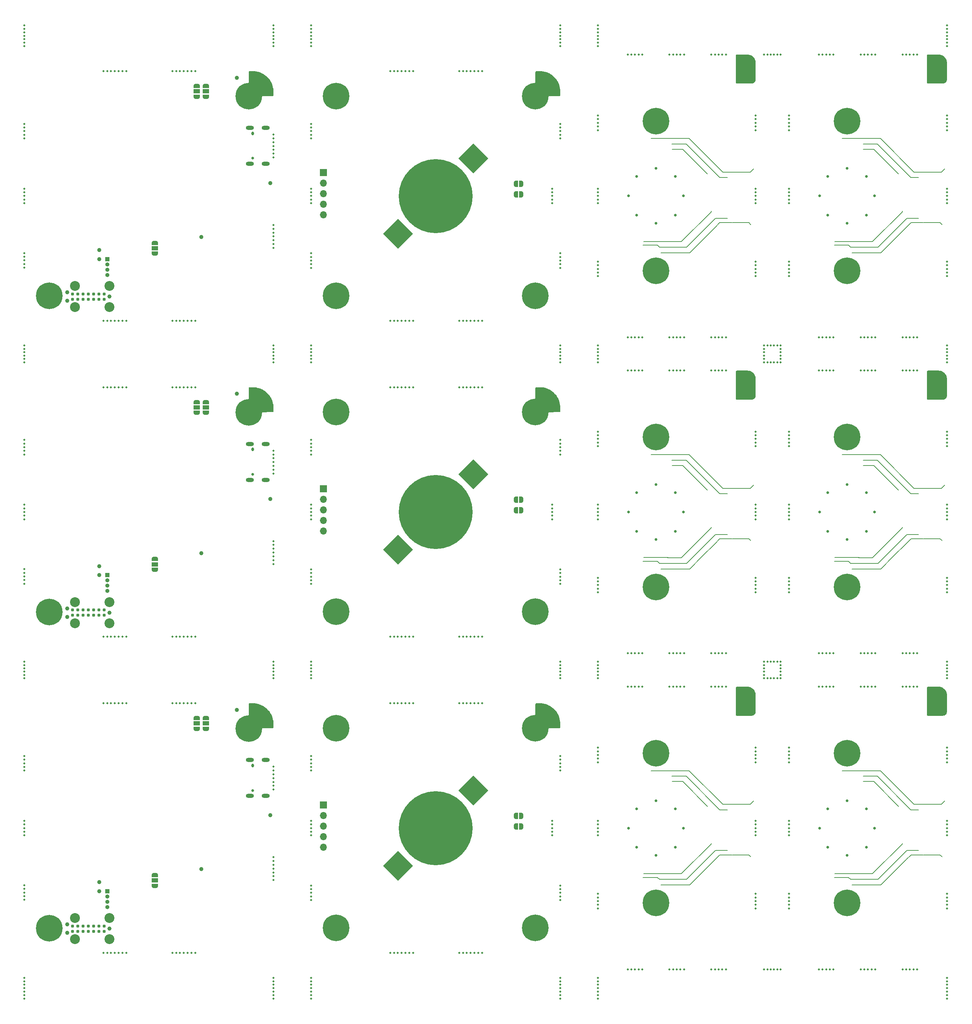
<source format=gbs>
%TF.GenerationSoftware,KiCad,Pcbnew,7.0.1-3b83917a11~172~ubuntu22.04.1*%
%TF.CreationDate,2023-05-08T15:20:00+02:00*%
%TF.ProjectId,panel,70616e65-6c2e-46b6-9963-61645f706362,C*%
%TF.SameCoordinates,Original*%
%TF.FileFunction,Soldermask,Bot*%
%TF.FilePolarity,Negative*%
%FSLAX46Y46*%
G04 Gerber Fmt 4.6, Leading zero omitted, Abs format (unit mm)*
G04 Created by KiCad (PCBNEW 7.0.1-3b83917a11~172~ubuntu22.04.1) date 2023-05-08 15:20:00*
%MOMM*%
%LPD*%
G01*
G04 APERTURE LIST*
G04 Aperture macros list*
%AMRotRect*
0 Rectangle, with rotation*
0 The origin of the aperture is its center*
0 $1 length*
0 $2 width*
0 $3 Rotation angle, in degrees counterclockwise*
0 Add horizontal line*
21,1,$1,$2,0,0,$3*%
%AMFreePoly0*
4,1,19,0.500000,-0.750000,0.000000,-0.750000,0.000000,-0.744911,-0.071157,-0.744911,-0.207708,-0.704816,-0.327430,-0.627875,-0.420627,-0.520320,-0.479746,-0.390866,-0.500000,-0.250000,-0.500000,0.250000,-0.479746,0.390866,-0.420627,0.520320,-0.327430,0.627875,-0.207708,0.704816,-0.071157,0.744911,0.000000,0.744911,0.000000,0.750000,0.500000,0.750000,0.500000,-0.750000,0.500000,-0.750000,
$1*%
%AMFreePoly1*
4,1,19,0.000000,0.744911,0.071157,0.744911,0.207708,0.704816,0.327430,0.627875,0.420627,0.520320,0.479746,0.390866,0.500000,0.250000,0.500000,-0.250000,0.479746,-0.390866,0.420627,-0.520320,0.327430,-0.627875,0.207708,-0.704816,0.071157,-0.744911,0.000000,-0.744911,0.000000,-0.750000,-0.500000,-0.750000,-0.500000,0.750000,0.000000,0.750000,0.000000,0.744911,0.000000,0.744911,
$1*%
%AMFreePoly2*
4,1,19,0.550000,-0.750000,0.000000,-0.750000,0.000000,-0.744911,-0.071157,-0.744911,-0.207708,-0.704816,-0.327430,-0.627875,-0.420627,-0.520320,-0.479746,-0.390866,-0.500000,-0.250000,-0.500000,0.250000,-0.479746,0.390866,-0.420627,0.520320,-0.327430,0.627875,-0.207708,0.704816,-0.071157,0.744911,0.000000,0.744911,0.000000,0.750000,0.550000,0.750000,0.550000,-0.750000,0.550000,-0.750000,
$1*%
%AMFreePoly3*
4,1,19,0.000000,0.744911,0.071157,0.744911,0.207708,0.704816,0.327430,0.627875,0.420627,0.520320,0.479746,0.390866,0.500000,0.250000,0.500000,-0.250000,0.479746,-0.390866,0.420627,-0.520320,0.327430,-0.627875,0.207708,-0.704816,0.071157,-0.744911,0.000000,-0.744911,0.000000,-0.750000,-0.550000,-0.750000,-0.550000,0.750000,0.000000,0.750000,0.000000,0.744911,0.000000,0.744911,
$1*%
G04 Aperture macros list end*
%ADD10C,0.200000*%
%ADD11C,0.500000*%
%ADD12C,0.800000*%
%ADD13C,6.400000*%
%ADD14C,0.650000*%
%ADD15R,1.700000X1.700000*%
%ADD16O,1.700000X1.700000*%
%ADD17O,0.650000X0.900000*%
%ADD18O,1.950000X0.950000*%
%ADD19R,1.000000X1.000000*%
%ADD20O,1.000000X1.000000*%
%ADD21FreePoly0,180.000000*%
%ADD22FreePoly1,180.000000*%
%ADD23FreePoly2,270.000000*%
%ADD24R,1.500000X1.000000*%
%ADD25FreePoly3,270.000000*%
%ADD26C,1.000000*%
%ADD27C,2.374900*%
%ADD28C,0.990600*%
%ADD29C,0.787400*%
%ADD30RotRect,5.100000X5.100000X45.000000*%
%ADD31C,17.800000*%
G04 APERTURE END LIST*
D10*
X189850000Y-159350000D02*
X189350000Y-158850000D01*
X250300000Y-66600000D02*
X252200000Y-66600000D01*
X241100000Y-82000000D02*
X248250000Y-74850000D01*
X202250000Y-226850000D02*
X202250000Y-226650000D01*
X203350000Y-152400000D02*
X196400000Y-159350000D01*
X250300000Y-142600000D02*
X252200000Y-142600000D01*
X232000000Y-233950000D02*
X237850000Y-233950000D01*
X196400000Y-159350000D02*
X189850000Y-159350000D01*
X197000000Y-57200000D02*
X187800000Y-57200000D01*
X249200000Y-154600000D02*
X250350000Y-153450000D01*
X200100000Y-157700000D02*
X203200000Y-154600000D01*
X248250000Y-226850000D02*
X248250000Y-226650000D01*
X190200000Y-236700000D02*
X193700000Y-236700000D01*
X195100000Y-158000000D02*
X202250000Y-150850000D01*
X250350000Y-77450000D02*
X252150000Y-77450000D01*
X238850000Y-134550000D02*
X242250000Y-134550000D01*
X242250000Y-134550000D02*
X250300000Y-142600000D01*
X207350000Y-153450000D02*
X211350000Y-153450000D01*
X190200000Y-84700000D02*
X193700000Y-84700000D01*
X197000000Y-209200000D02*
X187800000Y-209200000D01*
X192850000Y-210550000D02*
X196250000Y-210550000D01*
X211650000Y-141300000D02*
X206100000Y-141300000D01*
X239700000Y-84700000D02*
X243100000Y-84700000D01*
X205100000Y-141300000D02*
X197000000Y-133200000D01*
X258500000Y-140450000D02*
X257650000Y-141300000D01*
X241400000Y-211800000D02*
X238900000Y-211800000D01*
X237850000Y-157950000D02*
X237950000Y-158000000D01*
X211650000Y-65300000D02*
X206100000Y-65300000D01*
X257650000Y-217300000D02*
X252100000Y-217300000D01*
X252200000Y-76400000D02*
X249350000Y-76400000D01*
X197000000Y-133200000D02*
X187800000Y-133200000D01*
X247350000Y-217750000D02*
X241400000Y-211800000D01*
X197100000Y-84700000D02*
X200100000Y-81700000D01*
X250350000Y-153450000D02*
X252150000Y-153450000D01*
X193700000Y-236700000D02*
X197100000Y-236700000D01*
X196400000Y-83350000D02*
X189850000Y-83350000D01*
X191800000Y-234000000D02*
X195100000Y-234000000D01*
X238850000Y-58550000D02*
X242250000Y-58550000D01*
X196250000Y-210550000D02*
X204300000Y-218600000D01*
X204300000Y-66600000D02*
X206200000Y-66600000D01*
X257350000Y-153450000D02*
X257800000Y-153900000D01*
X189850000Y-235350000D02*
X189350000Y-234850000D01*
X204350000Y-77450000D02*
X206150000Y-77450000D01*
X257650000Y-141300000D02*
X252100000Y-141300000D01*
X191850000Y-233950000D02*
X191950000Y-234000000D01*
X203200000Y-154600000D02*
X204350000Y-153450000D01*
X191800000Y-158000000D02*
X195100000Y-158000000D01*
X252200000Y-152400000D02*
X249350000Y-152400000D01*
X211350000Y-77450000D02*
X211800000Y-77900000D01*
X206150000Y-153450000D02*
X207300000Y-153450000D01*
X236200000Y-236700000D02*
X239700000Y-236700000D01*
X242400000Y-159350000D02*
X235850000Y-159350000D01*
X241100000Y-234000000D02*
X248250000Y-226850000D01*
X247350000Y-141750000D02*
X241400000Y-135800000D01*
X189350000Y-82850000D02*
X185900000Y-82850000D01*
X195400000Y-135800000D02*
X192900000Y-135800000D01*
X239700000Y-236700000D02*
X243100000Y-236700000D01*
X246100000Y-233700000D02*
X249200000Y-230600000D01*
X251100000Y-65300000D02*
X243000000Y-57200000D01*
X207350000Y-229450000D02*
X211350000Y-229450000D01*
X246100000Y-157700000D02*
X249200000Y-154600000D01*
X237850000Y-233950000D02*
X237950000Y-234000000D01*
X235850000Y-83350000D02*
X235350000Y-82850000D01*
X237850000Y-81950000D02*
X237950000Y-82000000D01*
X252200000Y-228400000D02*
X249350000Y-228400000D01*
X201350000Y-65750000D02*
X195400000Y-59800000D01*
X247350000Y-65750000D02*
X241400000Y-59800000D01*
X243000000Y-57200000D02*
X233800000Y-57200000D01*
X236200000Y-84700000D02*
X239700000Y-84700000D01*
X192850000Y-134550000D02*
X196250000Y-134550000D01*
X257350000Y-229450000D02*
X257800000Y-229900000D01*
X239700000Y-160700000D02*
X243100000Y-160700000D01*
X197100000Y-236700000D02*
X200100000Y-233700000D01*
X196250000Y-58550000D02*
X204300000Y-66600000D01*
X203350000Y-228400000D02*
X196400000Y-235350000D01*
X201350000Y-141750000D02*
X195400000Y-135800000D01*
X203200000Y-78600000D02*
X204350000Y-77450000D01*
X242400000Y-83350000D02*
X235850000Y-83350000D01*
X243100000Y-160700000D02*
X246100000Y-157700000D01*
X257650000Y-65300000D02*
X252100000Y-65300000D01*
X186000000Y-157950000D02*
X191850000Y-157950000D01*
X206100000Y-65300000D02*
X205100000Y-65300000D01*
X193700000Y-160700000D02*
X197100000Y-160700000D01*
X192850000Y-58550000D02*
X196250000Y-58550000D01*
X211350000Y-153450000D02*
X211800000Y-153900000D01*
X258500000Y-216450000D02*
X257650000Y-217300000D01*
X201350000Y-217750000D02*
X195400000Y-211800000D01*
X204300000Y-218600000D02*
X206200000Y-218600000D01*
X250350000Y-229450000D02*
X252150000Y-229450000D01*
X237800000Y-234000000D02*
X241100000Y-234000000D01*
X203350000Y-76400000D02*
X196400000Y-83350000D01*
X211350000Y-229450000D02*
X211800000Y-229900000D01*
X206100000Y-141300000D02*
X205100000Y-141300000D01*
X253350000Y-229450000D02*
X257350000Y-229450000D01*
X191800000Y-82000000D02*
X195100000Y-82000000D01*
X238850000Y-210550000D02*
X242250000Y-210550000D01*
X241400000Y-135800000D02*
X238900000Y-135800000D01*
X235350000Y-82850000D02*
X231900000Y-82850000D01*
X206200000Y-76400000D02*
X203350000Y-76400000D01*
X206200000Y-152400000D02*
X203350000Y-152400000D01*
X206200000Y-228400000D02*
X203350000Y-228400000D01*
X191850000Y-157950000D02*
X191950000Y-158000000D01*
X200100000Y-81700000D02*
X203200000Y-78600000D01*
X243000000Y-209200000D02*
X233800000Y-209200000D01*
X237800000Y-158000000D02*
X241100000Y-158000000D01*
X235850000Y-235350000D02*
X235350000Y-234850000D01*
X206150000Y-229450000D02*
X207300000Y-229450000D01*
X242250000Y-58550000D02*
X250300000Y-66600000D01*
X235850000Y-159350000D02*
X235350000Y-158850000D01*
X186000000Y-81950000D02*
X191850000Y-81950000D01*
X248250000Y-74850000D02*
X248250000Y-74650000D01*
X195400000Y-211800000D02*
X192900000Y-211800000D01*
X202250000Y-150850000D02*
X202250000Y-150650000D01*
X246100000Y-81700000D02*
X249200000Y-78600000D01*
X252150000Y-153450000D02*
X253300000Y-153450000D01*
X191850000Y-81950000D02*
X191950000Y-82000000D01*
X197100000Y-160700000D02*
X200100000Y-157700000D01*
X236200000Y-160700000D02*
X239700000Y-160700000D01*
X249200000Y-230600000D02*
X250350000Y-229450000D01*
X204300000Y-142600000D02*
X206200000Y-142600000D01*
X232000000Y-81950000D02*
X237850000Y-81950000D01*
X205100000Y-65300000D02*
X197000000Y-57200000D01*
X251100000Y-141300000D02*
X243000000Y-133200000D01*
X258500000Y-64450000D02*
X257650000Y-65300000D01*
X212500000Y-140450000D02*
X211650000Y-141300000D01*
X232000000Y-157950000D02*
X237850000Y-157950000D01*
X206100000Y-217300000D02*
X205100000Y-217300000D01*
X196400000Y-235350000D02*
X189850000Y-235350000D01*
X212500000Y-64450000D02*
X211650000Y-65300000D01*
X196250000Y-134550000D02*
X204300000Y-142600000D01*
X242400000Y-235350000D02*
X235850000Y-235350000D01*
X243100000Y-84700000D02*
X246100000Y-81700000D01*
X211650000Y-217300000D02*
X206100000Y-217300000D01*
X235350000Y-158850000D02*
X231900000Y-158850000D01*
X242250000Y-210550000D02*
X250300000Y-218600000D01*
X193700000Y-84700000D02*
X197100000Y-84700000D01*
X186000000Y-233950000D02*
X191850000Y-233950000D01*
X248250000Y-150850000D02*
X248250000Y-150650000D01*
X253350000Y-77450000D02*
X257350000Y-77450000D01*
X252100000Y-141300000D02*
X251100000Y-141300000D01*
X251100000Y-217300000D02*
X243000000Y-209200000D01*
X249200000Y-78600000D02*
X250350000Y-77450000D01*
X204350000Y-153450000D02*
X206150000Y-153450000D01*
X189350000Y-158850000D02*
X185900000Y-158850000D01*
X207350000Y-77450000D02*
X211350000Y-77450000D01*
X249350000Y-228400000D02*
X242400000Y-235350000D01*
X202250000Y-74850000D02*
X202250000Y-74650000D01*
X204350000Y-229450000D02*
X206150000Y-229450000D01*
X203200000Y-230600000D02*
X204350000Y-229450000D01*
X257350000Y-77450000D02*
X257800000Y-77900000D01*
X205100000Y-217300000D02*
X197000000Y-209200000D01*
X241400000Y-59800000D02*
X238900000Y-59800000D01*
X195100000Y-82000000D02*
X202250000Y-74850000D01*
X212500000Y-216450000D02*
X211650000Y-217300000D01*
X195400000Y-59800000D02*
X192900000Y-59800000D01*
X235350000Y-234850000D02*
X231900000Y-234850000D01*
X252100000Y-65300000D02*
X251100000Y-65300000D01*
X189350000Y-234850000D02*
X185900000Y-234850000D01*
X189850000Y-83350000D02*
X189350000Y-82850000D01*
X243100000Y-236700000D02*
X246100000Y-233700000D01*
X252150000Y-229450000D02*
X253300000Y-229450000D01*
X241100000Y-158000000D02*
X248250000Y-150850000D01*
X252150000Y-77450000D02*
X253300000Y-77450000D01*
X249350000Y-76400000D02*
X242400000Y-83350000D01*
X250300000Y-218600000D02*
X252200000Y-218600000D01*
X243000000Y-133200000D02*
X233800000Y-133200000D01*
X195100000Y-234000000D02*
X202250000Y-226850000D01*
X190200000Y-160700000D02*
X193700000Y-160700000D01*
X253350000Y-153450000D02*
X257350000Y-153450000D01*
X206150000Y-77450000D02*
X207300000Y-77450000D01*
X200100000Y-233700000D02*
X203200000Y-230600000D01*
X249350000Y-152400000D02*
X242400000Y-159350000D01*
X237800000Y-82000000D02*
X241100000Y-82000000D01*
X252100000Y-217300000D02*
X251100000Y-217300000D01*
D11*
%TO.C,REF\u002A\u002A*%
X106000000Y-56313000D03*
%TD*%
%TO.C,REF\u002A\u002A*%
X192249001Y-181000000D03*
%TD*%
%TO.C,REF\u002A\u002A*%
X37000000Y-183000000D03*
%TD*%
%TO.C,REF\u002A\u002A*%
X259000000Y-107000000D03*
%TD*%
%TO.C,REF\u002A\u002A*%
X215000000Y-183000000D03*
%TD*%
D12*
%TO.C,H1001*%
X189000000Y-207400000D03*
X187302944Y-206697056D03*
X190697056Y-206697056D03*
X186600000Y-205000000D03*
D13*
X189000000Y-205000000D03*
D12*
X191400000Y-205000000D03*
X187302944Y-203302944D03*
X190697056Y-203302944D03*
X189000000Y-202600000D03*
%TD*%
D11*
%TO.C,REF\u002A\u002A*%
X37000000Y-224750999D03*
%TD*%
%TO.C,REF\u002A\u002A*%
X175000000Y-30000000D03*
%TD*%
%TO.C,REF\u002A\u002A*%
X183062001Y-257000000D03*
%TD*%
%TO.C,REF\u002A\u002A*%
X221000000Y-147875499D03*
%TD*%
%TO.C,REF\u002A\u002A*%
X218200000Y-183000000D03*
%TD*%
%TO.C,REF\u002A\u002A*%
X259000000Y-205437500D03*
%TD*%
D14*
%TO.C,MK1406*%
X184350000Y-218350000D03*
%TD*%
D11*
%TO.C,REF\u002A\u002A*%
X106000000Y-259000000D03*
%TD*%
D14*
%TO.C,MK1403*%
X195600000Y-147000000D03*
%TD*%
D11*
%TO.C,REF\u002A\u002A*%
X219000000Y-107000000D03*
%TD*%
D14*
%TO.C,MK1405*%
X193650000Y-227650000D03*
%TD*%
D11*
%TO.C,REF\u002A\u002A*%
X240000000Y-37000000D03*
%TD*%
%TO.C,REF\u002A\u002A*%
X97000000Y-135000000D03*
%TD*%
%TO.C,REF\u002A\u002A*%
X175000000Y-32500000D03*
%TD*%
%TO.C,REF\u002A\u002A*%
X97000000Y-211916999D03*
%TD*%
%TO.C,REF\u002A\u002A*%
X238249000Y-37000000D03*
%TD*%
%TO.C,REF\u002A\u002A*%
X166000000Y-85687000D03*
%TD*%
%TO.C,REF\u002A\u002A*%
X106000000Y-238562500D03*
%TD*%
%TO.C,REF\u002A\u002A*%
X175000000Y-183000000D03*
%TD*%
%TO.C,REF\u002A\u002A*%
X228186500Y-189000000D03*
%TD*%
%TO.C,REF\u002A\u002A*%
X205813499Y-181000000D03*
%TD*%
%TO.C,REF\u002A\u002A*%
X125049001Y-252999998D03*
%TD*%
%TO.C,REF\u002A\u002A*%
X37000000Y-132312999D03*
%TD*%
%TO.C,REF\u002A\u002A*%
X251813499Y-181000000D03*
%TD*%
%TO.C,REF\u002A\u002A*%
X166000000Y-163437999D03*
%TD*%
%TO.C,REF\u002A\u002A*%
X56966001Y-117000000D03*
%TD*%
%TO.C,REF\u002A\u002A*%
X166000000Y-207437500D03*
%TD*%
%TO.C,REF\u002A\u002A*%
X126883001Y-117000000D03*
%TD*%
%TO.C,REF\u002A\u002A*%
X259000000Y-166313499D03*
%TD*%
%TO.C,REF\u002A\u002A*%
X204062500Y-189000000D03*
%TD*%
%TO.C,REF\u002A\u002A*%
X259000000Y-90313499D03*
%TD*%
%TO.C,REF\u002A\u002A*%
X166000000Y-132312999D03*
%TD*%
%TO.C,REF\u002A\u002A*%
X97000000Y-154916000D03*
%TD*%
%TO.C,REF\u002A\u002A*%
X175000000Y-259833333D03*
%TD*%
%TO.C,REF\u002A\u002A*%
X145316999Y-176999999D03*
%TD*%
D12*
%TO.C,H202*%
X40600000Y-247050000D03*
X41302944Y-245352944D03*
X41302944Y-248747056D03*
X43000000Y-244650000D03*
D13*
X43000000Y-247050000D03*
D12*
X43000000Y-249450000D03*
X44697056Y-245352944D03*
X44697056Y-248747056D03*
X45400000Y-247050000D03*
%TD*%
D11*
%TO.C,REF\u002A\u002A*%
X221000000Y-127686500D03*
%TD*%
%TO.C,REF\u002A\u002A*%
X221000000Y-204562000D03*
%TD*%
%TO.C,REF\u002A\u002A*%
X221000000Y-55188500D03*
%TD*%
%TO.C,REF\u002A\u002A*%
X125966001Y-193000000D03*
%TD*%
%TO.C,REF\u002A\u002A*%
X128717000Y-117000000D03*
%TD*%
%TO.C,REF\u002A\u002A*%
X194875499Y-257000000D03*
%TD*%
%TO.C,REF\u002A\u002A*%
X73566000Y-177000000D03*
%TD*%
%TO.C,REF\u002A\u002A*%
X184813000Y-37000000D03*
%TD*%
%TO.C,REF\u002A\u002A*%
X175000000Y-131188499D03*
%TD*%
%TO.C,REF\u002A\u002A*%
X218200000Y-111000000D03*
%TD*%
%TO.C,REF\u002A\u002A*%
X74483000Y-41000000D03*
%TD*%
%TO.C,REF\u002A\u002A*%
X106000000Y-148750999D03*
%TD*%
%TO.C,REF\u002A\u002A*%
X259000000Y-51686501D03*
%TD*%
%TO.C,REF\u002A\u002A*%
X97000000Y-107800000D03*
%TD*%
D12*
%TO.C,H1002*%
X189000000Y-91400000D03*
X187302944Y-90697056D03*
X190697056Y-90697056D03*
X186600000Y-89000000D03*
D13*
X189000000Y-89000000D03*
D12*
X191400000Y-89000000D03*
X187302944Y-87302944D03*
X190697056Y-87302944D03*
X189000000Y-86600000D03*
%TD*%
D11*
%TO.C,REF\u002A\u002A*%
X250937999Y-113000000D03*
%TD*%
%TO.C,REF\u002A\u002A*%
X166000000Y-262333333D03*
%TD*%
%TO.C,REF\u002A\u002A*%
X259000000Y-204562000D03*
%TD*%
%TO.C,REF\u002A\u002A*%
X219000000Y-107000000D03*
%TD*%
%TO.C,REF\u002A\u002A*%
X60634000Y-177000000D03*
%TD*%
%TO.C,REF\u002A\u002A*%
X61551000Y-193000000D03*
%TD*%
%TO.C,REF\u002A\u002A*%
X215800000Y-107000000D03*
%TD*%
%TO.C,REF\u002A\u002A*%
X97000000Y-262333333D03*
%TD*%
%TO.C,REF\u002A\u002A*%
X175000000Y-109400000D03*
%TD*%
%TO.C,REF\u002A\u002A*%
X175000000Y-87687000D03*
%TD*%
%TO.C,REF\u002A\u002A*%
X182186501Y-105000000D03*
%TD*%
%TO.C,REF\u002A\u002A*%
X175000000Y-187000000D03*
%TD*%
%TO.C,REF\u002A\u002A*%
X175000000Y-239687000D03*
%TD*%
%TO.C,REF\u002A\u002A*%
X37000000Y-71875499D03*
%TD*%
%TO.C,REF\u002A\u002A*%
X146233999Y-41000000D03*
%TD*%
%TO.C,REF\u002A\u002A*%
X213000000Y-222124500D03*
%TD*%
%TO.C,REF\u002A\u002A*%
X175000000Y-88562500D03*
%TD*%
%TO.C,REF\u002A\u002A*%
X142566000Y-252999999D03*
%TD*%
%TO.C,REF\u002A\u002A*%
X229062000Y-105000000D03*
%TD*%
%TO.C,REF\u002A\u002A*%
X37000000Y-205686500D03*
%TD*%
%TO.C,REF\u002A\u002A*%
X73566000Y-253000000D03*
%TD*%
D14*
%TO.C,MK1406*%
X230350000Y-218350000D03*
%TD*%
D11*
%TO.C,REF\u002A\u002A*%
X182186501Y-189000000D03*
%TD*%
%TO.C,REF\u002A\u002A*%
X183062001Y-105000000D03*
%TD*%
%TO.C,REF\u002A\u002A*%
X219000000Y-185400000D03*
%TD*%
%TO.C,REF\u002A\u002A*%
X193124501Y-37000000D03*
%TD*%
%TO.C,REF\u002A\u002A*%
X57883001Y-117000000D03*
%TD*%
%TO.C,REF\u002A\u002A*%
X142566000Y-193000000D03*
%TD*%
%TO.C,REF\u002A\u002A*%
X129634000Y-117000000D03*
%TD*%
%TO.C,REF\u002A\u002A*%
X129634000Y-252999999D03*
%TD*%
%TO.C,REF\u002A\u002A*%
X193124501Y-257000000D03*
%TD*%
%TO.C,REF\u002A\u002A*%
X240000000Y-189000000D03*
%TD*%
%TO.C,REF\u002A\u002A*%
X213000000Y-52562001D03*
%TD*%
%TO.C,REF\u002A\u002A*%
X175000000Y-162811500D03*
%TD*%
%TO.C,REF\u002A\u002A*%
X166000000Y-111000000D03*
%TD*%
%TO.C,REF\u002A\u002A*%
X37000000Y-72750999D03*
%TD*%
%TO.C,REF\u002A\u002A*%
X166000000Y-164313499D03*
%TD*%
%TO.C,REF\u002A\u002A*%
X215800000Y-37000000D03*
%TD*%
%TO.C,REF\u002A\u002A*%
X248311500Y-181000000D03*
%TD*%
%TO.C,REF\u002A\u002A*%
X97000000Y-264000000D03*
%TD*%
%TO.C,REF\u002A\u002A*%
X213000000Y-128562000D03*
%TD*%
%TO.C,REF\u002A\u002A*%
X183937500Y-181000000D03*
%TD*%
%TO.C,REF\u002A\u002A*%
X59717000Y-177000000D03*
%TD*%
%TO.C,REF\u002A\u002A*%
X240000000Y-181000000D03*
%TD*%
%TO.C,REF\u002A\u002A*%
X97000000Y-263166666D03*
%TD*%
%TO.C,REF\u002A\u002A*%
X230812999Y-257000000D03*
%TD*%
%TO.C,REF\u002A\u002A*%
X239124500Y-105000000D03*
%TD*%
%TO.C,REF\u002A\u002A*%
X125966001Y-41000000D03*
%TD*%
%TO.C,REF\u002A\u002A*%
X175000000Y-70124501D03*
%TD*%
%TO.C,REF\u002A\u002A*%
X145316999Y-100999999D03*
%TD*%
%TO.C,REF\u002A\u002A*%
X97000000Y-35000000D03*
%TD*%
%TO.C,REF\u002A\u002A*%
X75400000Y-193000000D03*
%TD*%
%TO.C,REF\u002A\u002A*%
X76316999Y-253000000D03*
%TD*%
%TO.C,REF\u002A\u002A*%
X76316999Y-117000000D03*
%TD*%
%TO.C,REF\u002A\u002A*%
X127800000Y-117000000D03*
%TD*%
%TO.C,REF\u002A\u002A*%
X239124500Y-37000000D03*
%TD*%
%TO.C,REF\u002A\u002A*%
X97000000Y-30833334D03*
%TD*%
%TO.C,REF\u002A\u002A*%
X146233999Y-176999999D03*
%TD*%
%TO.C,REF\u002A\u002A*%
X129634000Y-41000000D03*
%TD*%
%TO.C,REF\u002A\u002A*%
X216600000Y-111000000D03*
%TD*%
%TO.C,REF\u002A\u002A*%
X166000000Y-129686500D03*
%TD*%
%TO.C,REF\u002A\u002A*%
X125966001Y-252999999D03*
%TD*%
D14*
%TO.C,MK1407*%
X230350000Y-151650000D03*
%TD*%
D15*
%TO.C,J303*%
X109000000Y-65425000D03*
D16*
X109000000Y-67965000D03*
X109000000Y-70505000D03*
X109000000Y-73045000D03*
X109000000Y-75585000D03*
%TD*%
D11*
%TO.C,REF\u002A\u002A*%
X97000000Y-209166000D03*
%TD*%
%TO.C,REF\u002A\u002A*%
X259000000Y-72750999D03*
%TD*%
%TO.C,REF\u002A\u002A*%
X74483000Y-117000000D03*
%TD*%
%TO.C,REF\u002A\u002A*%
X175000000Y-69249001D03*
%TD*%
%TO.C,REF\u002A\u002A*%
X147150999Y-193000000D03*
%TD*%
%TO.C,REF\u002A\u002A*%
X259000000Y-34166667D03*
%TD*%
%TO.C,REF\u002A\u002A*%
X175000000Y-86811500D03*
%TD*%
%TO.C,REF\u002A\u002A*%
X248311500Y-189000000D03*
%TD*%
%TO.C,REF\u002A\u002A*%
X37000000Y-238500000D03*
%TD*%
%TO.C,REF\u002A\u002A*%
X250937999Y-37000000D03*
%TD*%
D12*
%TO.C,H1002*%
X189000000Y-243400000D03*
X187302944Y-242697056D03*
X190697056Y-242697056D03*
X186600000Y-241000000D03*
D13*
X189000000Y-241000000D03*
D12*
X191400000Y-241000000D03*
X187302944Y-239302944D03*
X190697056Y-239302944D03*
X189000000Y-238600000D03*
%TD*%
D11*
%TO.C,REF\u002A\u002A*%
X166000000Y-183000000D03*
%TD*%
%TO.C,REF\u002A\u002A*%
X215000000Y-257000000D03*
%TD*%
%TO.C,REF\u002A\u002A*%
X215000000Y-111000000D03*
%TD*%
%TO.C,REF\u002A\u002A*%
X195750999Y-37000000D03*
%TD*%
D15*
%TO.C,J303*%
X109000000Y-217425000D03*
D16*
X109000000Y-219965000D03*
X109000000Y-222505000D03*
X109000000Y-225045000D03*
X109000000Y-227585000D03*
%TD*%
D11*
%TO.C,REF\u002A\u002A*%
X58800000Y-193000000D03*
%TD*%
%TO.C,REF\u002A\u002A*%
X127800000Y-41000000D03*
%TD*%
%TO.C,REF\u002A\u002A*%
X183062001Y-181000000D03*
%TD*%
%TO.C,REF\u002A\u002A*%
X175000000Y-165437999D03*
%TD*%
%TO.C,REF\u002A\u002A*%
X37000000Y-70124501D03*
%TD*%
%TO.C,REF\u002A\u002A*%
X231688499Y-257000000D03*
%TD*%
%TO.C,REF\u002A\u002A*%
X218200000Y-107000000D03*
%TD*%
%TO.C,REF\u002A\u002A*%
X166000000Y-162562500D03*
%TD*%
%TO.C,REF\u002A\u002A*%
X203187000Y-189000000D03*
%TD*%
%TO.C,REF\u002A\u002A*%
X129634000Y-100999999D03*
%TD*%
%TO.C,REF\u002A\u002A*%
X215800000Y-257000000D03*
%TD*%
%TO.C,REF\u002A\u002A*%
X59717000Y-41000000D03*
%TD*%
%TO.C,REF\u002A\u002A*%
X97000000Y-157666999D03*
%TD*%
%TO.C,REF\u002A\u002A*%
X37000000Y-262333333D03*
%TD*%
%TO.C,REF\u002A\u002A*%
X175000000Y-55188500D03*
%TD*%
%TO.C,REF\u002A\u002A*%
X241750999Y-37000000D03*
%TD*%
%TO.C,REF\u002A\u002A*%
X97000000Y-156750000D03*
%TD*%
D14*
%TO.C,MK1407*%
X230350000Y-75650000D03*
%TD*%
D11*
%TO.C,REF\u002A\u002A*%
X106000000Y-69249001D03*
%TD*%
%TO.C,REF\u002A\u002A*%
X130551000Y-252999999D03*
%TD*%
%TO.C,REF\u002A\u002A*%
X56049001Y-253000000D03*
%TD*%
%TO.C,REF\u002A\u002A*%
X219000000Y-108600000D03*
%TD*%
%TO.C,REF\u002A\u002A*%
X141649000Y-41000000D03*
%TD*%
%TO.C,REF\u002A\u002A*%
X37000000Y-88250999D03*
%TD*%
D14*
%TO.C,MK1403*%
X195600000Y-71000000D03*
%TD*%
D11*
%TO.C,REF\u002A\u002A*%
X58800000Y-101000000D03*
%TD*%
%TO.C,REF\u002A\u002A*%
X221000000Y-128562000D03*
%TD*%
%TO.C,REF\u002A\u002A*%
X106000000Y-205686500D03*
%TD*%
%TO.C,REF\u002A\u002A*%
X238249000Y-257000000D03*
%TD*%
%TO.C,REF\u002A\u002A*%
X37000000Y-222124500D03*
%TD*%
%TO.C,REF\u002A\u002A*%
X175000000Y-53437500D03*
%TD*%
%TO.C,REF\u002A\u002A*%
X166000000Y-184600000D03*
%TD*%
%TO.C,REF\u002A\u002A*%
X175000000Y-90313499D03*
%TD*%
%TO.C,REF\u002A\u002A*%
X219000000Y-37000000D03*
%TD*%
%TO.C,REF\u002A\u002A*%
X166000000Y-209188499D03*
%TD*%
D12*
%TO.C,H1002*%
X235000000Y-167400000D03*
X233302944Y-166697056D03*
X236697056Y-166697056D03*
X232600000Y-165000000D03*
D13*
X235000000Y-165000000D03*
D12*
X237400000Y-165000000D03*
X233302944Y-163302944D03*
X236697056Y-163302944D03*
X235000000Y-162600000D03*
%TD*%
D11*
%TO.C,REF\u002A\u002A*%
X37000000Y-206562000D03*
%TD*%
%TO.C,REF\u002A\u002A*%
X97000000Y-211000000D03*
%TD*%
%TO.C,REF\u002A\u002A*%
X259000000Y-107800000D03*
%TD*%
%TO.C,REF\u002A\u002A*%
X175000000Y-186200000D03*
%TD*%
%TO.C,REF\u002A\u002A*%
X126883001Y-193000000D03*
%TD*%
%TO.C,REF\u002A\u002A*%
X182186501Y-37000000D03*
%TD*%
%TO.C,REF\u002A\u002A*%
X60634000Y-117000000D03*
%TD*%
%TO.C,REF\u002A\u002A*%
X37000000Y-259000000D03*
%TD*%
%TO.C,REF\u002A\u002A*%
X259000000Y-148750999D03*
%TD*%
%TO.C,REF\u002A\u002A*%
X144400000Y-252999999D03*
%TD*%
%TO.C,REF\u002A\u002A*%
X166000000Y-259000000D03*
%TD*%
%TO.C,REF\u002A\u002A*%
X213000000Y-70124501D03*
%TD*%
%TO.C,REF\u002A\u002A*%
X143483000Y-176999999D03*
%TD*%
%TO.C,REF\u002A\u002A*%
X215000000Y-107800000D03*
%TD*%
%TO.C,REF\u002A\u002A*%
X97000000Y-81666999D03*
%TD*%
%TO.C,REF\u002A\u002A*%
X166000000Y-260666666D03*
%TD*%
%TO.C,REF\u002A\u002A*%
X61551000Y-253000000D03*
%TD*%
%TO.C,REF\u002A\u002A*%
X204937999Y-105000000D03*
%TD*%
%TO.C,REF\u002A\u002A*%
X175000000Y-148750999D03*
%TD*%
%TO.C,REF\u002A\u002A*%
X97000000Y-233666999D03*
%TD*%
%TO.C,REF\u002A\u002A*%
X241750999Y-181000000D03*
%TD*%
D14*
%TO.C,MK1407*%
X230350000Y-227650000D03*
%TD*%
D11*
%TO.C,REF\u002A\u002A*%
X213000000Y-205437500D03*
%TD*%
%TO.C,REF\u002A\u002A*%
X57883001Y-177000000D03*
%TD*%
%TO.C,REF\u002A\u002A*%
X147150999Y-117000000D03*
%TD*%
D12*
%TO.C,H304*%
X114400000Y-171000000D03*
X113697056Y-172697056D03*
X113697056Y-169302944D03*
X112000000Y-173400000D03*
D13*
X112000000Y-171000000D03*
D12*
X112000000Y-168600000D03*
X110302944Y-172697056D03*
X110302944Y-169302944D03*
X109600000Y-171000000D03*
%TD*%
D11*
%TO.C,REF\u002A\u002A*%
X106000000Y-261500000D03*
%TD*%
%TO.C,REF\u002A\u002A*%
X106000000Y-72750999D03*
%TD*%
%TO.C,REF\u002A\u002A*%
X213000000Y-204562000D03*
%TD*%
%TO.C,REF\u002A\u002A*%
X106000000Y-223875499D03*
%TD*%
%TO.C,REF\u002A\u002A*%
X127800001Y-176999999D03*
%TD*%
%TO.C,REF\u002A\u002A*%
X228186500Y-181000000D03*
%TD*%
%TO.C,REF\u002A\u002A*%
X37000000Y-34166667D03*
%TD*%
%TO.C,REF\u002A\u002A*%
X97000000Y-229999000D03*
%TD*%
%TO.C,REF\u002A\u002A*%
X166000000Y-240313499D03*
%TD*%
%TO.C,REF\u002A\u002A*%
X97000000Y-232750000D03*
%TD*%
%TO.C,REF\u002A\u002A*%
X221000000Y-69249001D03*
%TD*%
%TO.C,REF\u002A\u002A*%
X221000000Y-147000000D03*
%TD*%
%TO.C,REF\u002A\u002A*%
X194000000Y-105000000D03*
%TD*%
%TO.C,REF\u002A\u002A*%
X213000000Y-51686501D03*
%TD*%
%TO.C,REF\u002A\u002A*%
X194875499Y-189000000D03*
%TD*%
D12*
%TO.C,H303*%
X162400000Y-247000000D03*
X161697056Y-248697056D03*
X161697056Y-245302944D03*
X160000000Y-249400000D03*
D13*
X160000000Y-247000000D03*
D12*
X160000000Y-244600000D03*
X158302944Y-248697056D03*
X158302944Y-245302944D03*
X157600000Y-247000000D03*
%TD*%
D11*
%TO.C,REF\u002A\u002A*%
X221000000Y-70124501D03*
%TD*%
%TO.C,REF\u002A\u002A*%
X204062500Y-105000000D03*
%TD*%
%TO.C,REF\u002A\u002A*%
X218200000Y-257000000D03*
%TD*%
%TO.C,REF\u002A\u002A*%
X97000000Y-77999000D03*
%TD*%
%TO.C,REF\u002A\u002A*%
X215000000Y-109400000D03*
%TD*%
%TO.C,REF\u002A\u002A*%
X106000000Y-71875499D03*
%TD*%
%TO.C,REF\u002A\u002A*%
X97000000Y-184600000D03*
%TD*%
D14*
%TO.C,MK1408*%
X239650000Y-66350000D03*
%TD*%
D11*
%TO.C,REF\u002A\u002A*%
X213000000Y-207188499D03*
%TD*%
%TO.C,REF\u002A\u002A*%
X238249000Y-113000000D03*
%TD*%
%TO.C,REF\u002A\u002A*%
X194875499Y-113000000D03*
%TD*%
%TO.C,REF\u002A\u002A*%
X229062000Y-181000000D03*
%TD*%
D14*
%TO.C,MK1407*%
X184350000Y-75650000D03*
%TD*%
D11*
%TO.C,REF\u002A\u002A*%
X250937999Y-181000000D03*
%TD*%
%TO.C,REF\u002A\u002A*%
X195750999Y-257000000D03*
%TD*%
%TO.C,REF\u002A\u002A*%
X56049001Y-117000000D03*
%TD*%
%TO.C,REF\u002A\u002A*%
X37000000Y-183800000D03*
%TD*%
%TO.C,REF\u002A\u002A*%
X175000000Y-184600000D03*
%TD*%
%TO.C,REF\u002A\u002A*%
X259000000Y-260666666D03*
%TD*%
%TO.C,REF\u002A\u002A*%
X219000000Y-111000000D03*
%TD*%
%TO.C,REF\u002A\u002A*%
X141649000Y-193000000D03*
%TD*%
%TO.C,REF\u002A\u002A*%
X97000000Y-107000000D03*
%TD*%
%TO.C,REF\u002A\u002A*%
X185688500Y-181000000D03*
%TD*%
%TO.C,REF\u002A\u002A*%
X78150999Y-41000000D03*
%TD*%
%TO.C,REF\u002A\u002A*%
X175000000Y-263166666D03*
%TD*%
%TO.C,REF\u002A\u002A*%
X215000000Y-107000000D03*
%TD*%
%TO.C,REF\u002A\u002A*%
X37000000Y-186200000D03*
%TD*%
%TO.C,REF\u002A\u002A*%
X195750999Y-189000000D03*
%TD*%
%TO.C,REF\u002A\u002A*%
X259000000Y-223875499D03*
%TD*%
%TO.C,REF\u002A\u002A*%
X221000000Y-54313000D03*
%TD*%
%TO.C,REF\u002A\u002A*%
X146233999Y-100999999D03*
%TD*%
%TO.C,REF\u002A\u002A*%
X259000000Y-69249001D03*
%TD*%
%TO.C,REF\u002A\u002A*%
X192249001Y-37000000D03*
%TD*%
%TO.C,REF\u002A\u002A*%
X97000000Y-33333334D03*
%TD*%
%TO.C,REF\u002A\u002A*%
X175000000Y-204562000D03*
%TD*%
%TO.C,REF\u002A\u002A*%
X164000000Y-221249000D03*
%TD*%
%TO.C,REF\u002A\u002A*%
X97000000Y-213750999D03*
%TD*%
D14*
%TO.C,MK1404*%
X182400000Y-223000000D03*
%TD*%
D11*
%TO.C,REF\u002A\u002A*%
X128717000Y-176999999D03*
%TD*%
%TO.C,REF\u002A\u002A*%
X106000000Y-236811500D03*
%TD*%
%TO.C,REF\u002A\u002A*%
X219000000Y-109400000D03*
%TD*%
D14*
%TO.C,MK1404*%
X228400000Y-223000000D03*
%TD*%
D11*
%TO.C,REF\u002A\u002A*%
X221000000Y-71875499D03*
%TD*%
%TO.C,REF\u002A\u002A*%
X97000000Y-32500000D03*
%TD*%
%TO.C,REF\u002A\u002A*%
X126883001Y-100999999D03*
%TD*%
%TO.C,REF\u002A\u002A*%
X230812999Y-105000000D03*
%TD*%
%TO.C,REF\u002A\u002A*%
X144400000Y-193000000D03*
%TD*%
D14*
%TO.C,MK1408*%
X239650000Y-218350000D03*
%TD*%
D11*
%TO.C,REF\u002A\u002A*%
X125049001Y-193000000D03*
%TD*%
%TO.C,REF\u002A\u002A*%
X97000000Y-79833000D03*
%TD*%
%TO.C,REF\u002A\u002A*%
X175000000Y-223875499D03*
%TD*%
%TO.C,REF\u002A\u002A*%
X240875499Y-105000000D03*
%TD*%
%TO.C,REF\u002A\u002A*%
X58800000Y-177000000D03*
%TD*%
%TO.C,REF\u002A\u002A*%
X166000000Y-160811500D03*
%TD*%
%TO.C,REF\u002A\u002A*%
X221000000Y-162811500D03*
%TD*%
%TO.C,REF\u002A\u002A*%
X213000000Y-71000000D03*
%TD*%
%TO.C,REF\u002A\u002A*%
X72649000Y-177000000D03*
%TD*%
%TO.C,REF\u002A\u002A*%
X215000000Y-110200000D03*
%TD*%
%TO.C,REF\u002A\u002A*%
X166000000Y-88313499D03*
%TD*%
%TO.C,REF\u002A\u002A*%
X175000000Y-33333334D03*
%TD*%
%TO.C,REF\u002A\u002A*%
X221000000Y-239687000D03*
%TD*%
%TO.C,REF\u002A\u002A*%
X202311500Y-257000000D03*
%TD*%
%TO.C,REF\u002A\u002A*%
X175000000Y-34166667D03*
%TD*%
%TO.C,REF\u002A\u002A*%
X205813499Y-105000000D03*
%TD*%
D14*
%TO.C,MK1402*%
X235000000Y-64400000D03*
%TD*%
D11*
%TO.C,REF\u002A\u002A*%
X182186501Y-113000000D03*
%TD*%
%TO.C,REF\u002A\u002A*%
X37000000Y-108600000D03*
%TD*%
%TO.C,REF\u002A\u002A*%
X61551000Y-101000000D03*
%TD*%
%TO.C,REF\u002A\u002A*%
X185688500Y-257000000D03*
%TD*%
%TO.C,REF\u002A\u002A*%
X213000000Y-238811500D03*
%TD*%
%TO.C,REF\u002A\u002A*%
X259000000Y-87687000D03*
%TD*%
D14*
%TO.C,MK1402*%
X189000000Y-64400000D03*
%TD*%
D11*
%TO.C,REF\u002A\u002A*%
X166000000Y-31666667D03*
%TD*%
%TO.C,REF\u002A\u002A*%
X259000000Y-54313000D03*
%TD*%
%TO.C,REF\u002A\u002A*%
X175000000Y-223000000D03*
%TD*%
%TO.C,REF\u002A\u002A*%
X97000000Y-83500999D03*
%TD*%
%TO.C,REF\u002A\u002A*%
X215000000Y-37000000D03*
%TD*%
%TO.C,REF\u002A\u002A*%
X97000000Y-108600000D03*
%TD*%
%TO.C,REF\u002A\u002A*%
X166000000Y-86562500D03*
%TD*%
D14*
%TO.C,MK1404*%
X182400000Y-147000000D03*
%TD*%
D11*
%TO.C,REF\u002A\u002A*%
X203187000Y-37000000D03*
%TD*%
D14*
%TO.C,J206*%
X92000000Y-61950000D03*
D17*
X92000000Y-55950000D03*
D18*
X91275000Y-63270000D03*
X95100000Y-63270000D03*
X91275000Y-54630000D03*
X95100000Y-54630000D03*
%TD*%
D11*
%TO.C,REF\u002A\u002A*%
X221000000Y-164562500D03*
%TD*%
%TO.C,REF\u002A\u002A*%
X239124500Y-181000000D03*
%TD*%
%TO.C,REF\u002A\u002A*%
X37000000Y-185400000D03*
%TD*%
%TO.C,REF\u002A\u002A*%
X97000000Y-59000000D03*
%TD*%
%TO.C,REF\u002A\u002A*%
X106000000Y-240313499D03*
%TD*%
%TO.C,REF\u002A\u002A*%
X97000000Y-186200000D03*
%TD*%
%TO.C,REF\u002A\u002A*%
X37000000Y-85624500D03*
%TD*%
%TO.C,REF\u002A\u002A*%
X37000000Y-147000000D03*
%TD*%
%TO.C,REF\u002A\u002A*%
X221000000Y-205437500D03*
%TD*%
%TO.C,REF\u002A\u002A*%
X166000000Y-133188499D03*
%TD*%
%TO.C,REF\u002A\u002A*%
X259000000Y-131188499D03*
%TD*%
D14*
%TO.C,MK1401*%
X235000000Y-229600000D03*
%TD*%
D11*
%TO.C,REF\u002A\u002A*%
X204937999Y-181000000D03*
%TD*%
%TO.C,REF\u002A\u002A*%
X37000000Y-145249000D03*
%TD*%
%TO.C,REF\u002A\u002A*%
X240875499Y-189000000D03*
%TD*%
%TO.C,REF\u002A\u002A*%
X106000000Y-259833333D03*
%TD*%
%TO.C,REF\u002A\u002A*%
X130551000Y-41000000D03*
%TD*%
%TO.C,REF\u002A\u002A*%
X185688500Y-37000000D03*
%TD*%
%TO.C,REF\u002A\u002A*%
X205813499Y-113000000D03*
%TD*%
%TO.C,REF\u002A\u002A*%
X60634000Y-41000000D03*
%TD*%
%TO.C,REF\u002A\u002A*%
X202311500Y-113000000D03*
%TD*%
%TO.C,REF\u002A\u002A*%
X215000000Y-186200000D03*
%TD*%
%TO.C,REF\u002A\u002A*%
X106000000Y-147000000D03*
%TD*%
%TO.C,REF\u002A\u002A*%
X259000000Y-146124500D03*
%TD*%
%TO.C,REF\u002A\u002A*%
X97000000Y-187000000D03*
%TD*%
%TO.C,REF\u002A\u002A*%
X37000000Y-71000000D03*
%TD*%
%TO.C,REF\u002A\u002A*%
X221000000Y-223000000D03*
%TD*%
D12*
%TO.C,H303*%
X162400000Y-171000000D03*
X161697056Y-172697056D03*
X161697056Y-169302944D03*
X160000000Y-173400000D03*
D13*
X160000000Y-171000000D03*
D12*
X160000000Y-168600000D03*
X158302944Y-172697056D03*
X158302944Y-169302944D03*
X157600000Y-171000000D03*
%TD*%
D11*
%TO.C,REF\u002A\u002A*%
X175000000Y-107800000D03*
%TD*%
%TO.C,REF\u002A\u002A*%
X106000000Y-110200000D03*
%TD*%
%TO.C,REF\u002A\u002A*%
X175000000Y-127686500D03*
%TD*%
%TO.C,REF\u002A\u002A*%
X213000000Y-147875499D03*
%TD*%
%TO.C,REF\u002A\u002A*%
X217400000Y-107000000D03*
%TD*%
%TO.C,REF\u002A\u002A*%
X37000000Y-31666667D03*
%TD*%
%TO.C,REF\u002A\u002A*%
X106000000Y-264000000D03*
%TD*%
%TO.C,REF\u002A\u002A*%
X56049001Y-177000000D03*
%TD*%
%TO.C,REF\u002A\u002A*%
X147150999Y-100999999D03*
%TD*%
%TO.C,REF\u002A\u002A*%
X250062500Y-105000000D03*
%TD*%
%TO.C,REF\u002A\u002A*%
X126883001Y-176999999D03*
%TD*%
%TO.C,REF\u002A\u002A*%
X37000000Y-162500000D03*
%TD*%
%TO.C,REF\u002A\u002A*%
X37000000Y-209188499D03*
%TD*%
%TO.C,REF\u002A\u002A*%
X130551000Y-176999999D03*
%TD*%
%TO.C,REF\u002A\u002A*%
X97000000Y-60834000D03*
%TD*%
%TO.C,REF\u002A\u002A*%
X175000000Y-147000000D03*
%TD*%
D14*
%TO.C,MK1402*%
X235000000Y-216400000D03*
%TD*%
D11*
%TO.C,REF\u002A\u002A*%
X204937999Y-189000000D03*
%TD*%
%TO.C,REF\u002A\u002A*%
X259000000Y-239687000D03*
%TD*%
%TO.C,REF\u002A\u002A*%
X175000000Y-259000000D03*
%TD*%
%TO.C,REF\u002A\u002A*%
X37000000Y-223875499D03*
%TD*%
%TO.C,REF\u002A\u002A*%
X230812999Y-181000000D03*
%TD*%
%TO.C,REF\u002A\u002A*%
X182186501Y-257000000D03*
%TD*%
%TO.C,REF\u002A\u002A*%
X164000000Y-147000000D03*
%TD*%
%TO.C,REF\u002A\u002A*%
X125049001Y-176999998D03*
%TD*%
%TO.C,REF\u002A\u002A*%
X229062000Y-257000000D03*
%TD*%
%TO.C,REF\u002A\u002A*%
X213000000Y-223000000D03*
%TD*%
%TO.C,REF\u002A\u002A*%
X175000000Y-205437500D03*
%TD*%
%TO.C,REF\u002A\u002A*%
X166000000Y-55437500D03*
%TD*%
%TO.C,REF\u002A\u002A*%
X37000000Y-223000000D03*
%TD*%
%TO.C,REF\u002A\u002A*%
X221000000Y-72750999D03*
%TD*%
%TO.C,REF\u002A\u002A*%
X228186500Y-257000000D03*
%TD*%
%TO.C,REF\u002A\u002A*%
X183937500Y-257000000D03*
%TD*%
%TO.C,REF\u002A\u002A*%
X126883001Y-252999999D03*
%TD*%
%TO.C,REF\u002A\u002A*%
X166000000Y-208312999D03*
%TD*%
%TO.C,REF\u002A\u002A*%
X194000000Y-181000000D03*
%TD*%
%TO.C,REF\u002A\u002A*%
X230812999Y-37000000D03*
%TD*%
%TO.C,REF\u002A\u002A*%
X221000000Y-238811500D03*
%TD*%
%TO.C,REF\u002A\u002A*%
X219000000Y-111000000D03*
%TD*%
%TO.C,REF\u002A\u002A*%
X231688499Y-113000000D03*
%TD*%
%TO.C,REF\u002A\u002A*%
X146233999Y-117000000D03*
%TD*%
%TO.C,REF\u002A\u002A*%
X183062001Y-37000000D03*
%TD*%
%TO.C,REF\u002A\u002A*%
X56049001Y-41000000D03*
%TD*%
%TO.C,REF\u002A\u002A*%
X259000000Y-162811500D03*
%TD*%
%TO.C,REF\u002A\u002A*%
X259000000Y-70124501D03*
%TD*%
D14*
%TO.C,MK1401*%
X235000000Y-153600000D03*
%TD*%
D11*
%TO.C,REF\u002A\u002A*%
X129634000Y-193000000D03*
%TD*%
%TO.C,REF\u002A\u002A*%
X106000000Y-107000000D03*
%TD*%
%TO.C,REF\u002A\u002A*%
X175000000Y-240562500D03*
%TD*%
%TO.C,REF\u002A\u002A*%
X166000000Y-107800000D03*
%TD*%
%TO.C,REF\u002A\u002A*%
X259000000Y-242313499D03*
%TD*%
%TO.C,REF\u002A\u002A*%
X259000000Y-30833334D03*
%TD*%
%TO.C,REF\u002A\u002A*%
X213000000Y-223875499D03*
%TD*%
%TO.C,REF\u002A\u002A*%
X175000000Y-206312999D03*
%TD*%
%TO.C,REF\u002A\u002A*%
X259000000Y-145249000D03*
%TD*%
%TO.C,REF\u002A\u002A*%
X219000000Y-183000000D03*
%TD*%
%TO.C,REF\u002A\u002A*%
X231688499Y-105000000D03*
%TD*%
%TO.C,REF\u002A\u002A*%
X78150999Y-253000000D03*
%TD*%
%TO.C,REF\u002A\u002A*%
X219000000Y-184600000D03*
%TD*%
%TO.C,REF\u002A\u002A*%
X202311500Y-181000000D03*
%TD*%
%TO.C,REF\u002A\u002A*%
X192249001Y-105000000D03*
%TD*%
%TO.C,REF\u002A\u002A*%
X183062001Y-189000000D03*
%TD*%
%TO.C,REF\u002A\u002A*%
X106000000Y-71000000D03*
%TD*%
%TO.C,REF\u002A\u002A*%
X106000000Y-70124501D03*
%TD*%
%TO.C,REF\u002A\u002A*%
X106000000Y-86562500D03*
%TD*%
%TO.C,REF\u002A\u002A*%
X59717000Y-193000000D03*
%TD*%
D14*
%TO.C,MK1404*%
X228400000Y-147000000D03*
%TD*%
D11*
%TO.C,REF\u002A\u002A*%
X259000000Y-165437999D03*
%TD*%
%TO.C,REF\u002A\u002A*%
X125966001Y-100999999D03*
%TD*%
%TO.C,REF\u002A\u002A*%
X231688499Y-181000000D03*
%TD*%
%TO.C,REF\u002A\u002A*%
X37000000Y-160749000D03*
%TD*%
%TO.C,REF\u002A\u002A*%
X166000000Y-30833334D03*
%TD*%
%TO.C,REF\u002A\u002A*%
X106000000Y-186200000D03*
%TD*%
%TO.C,REF\u002A\u002A*%
X97000000Y-30000000D03*
%TD*%
%TO.C,REF\u002A\u002A*%
X228186500Y-105000000D03*
%TD*%
%TO.C,REF\u002A\u002A*%
X37000000Y-55437500D03*
%TD*%
%TO.C,REF\u002A\u002A*%
X259000000Y-187000000D03*
%TD*%
%TO.C,REF\u002A\u002A*%
X106000000Y-239437999D03*
%TD*%
%TO.C,REF\u002A\u002A*%
X37000000Y-221249000D03*
%TD*%
%TO.C,REF\u002A\u002A*%
X194875499Y-105000000D03*
%TD*%
%TO.C,REF\u002A\u002A*%
X130551000Y-100999999D03*
%TD*%
D12*
%TO.C,H202*%
X40600000Y-171050000D03*
X41302944Y-169352944D03*
X41302944Y-172747056D03*
X43000000Y-168650000D03*
D13*
X43000000Y-171050000D03*
D12*
X43000000Y-173450000D03*
X44697056Y-169352944D03*
X44697056Y-172747056D03*
X45400000Y-171050000D03*
%TD*%
D11*
%TO.C,REF\u002A\u002A*%
X37000000Y-260666666D03*
%TD*%
%TO.C,REF\u002A\u002A*%
X106000000Y-237687000D03*
%TD*%
%TO.C,REF\u002A\u002A*%
X216600000Y-37000000D03*
%TD*%
%TO.C,REF\u002A\u002A*%
X205813499Y-257000000D03*
%TD*%
%TO.C,REF\u002A\u002A*%
X97000000Y-235500999D03*
%TD*%
%TO.C,REF\u002A\u002A*%
X97000000Y-109400000D03*
%TD*%
%TO.C,REF\u002A\u002A*%
X128717000Y-193000000D03*
%TD*%
%TO.C,REF\u002A\u002A*%
X106000000Y-224750999D03*
%TD*%
D14*
%TO.C,MK1402*%
X189000000Y-216400000D03*
%TD*%
D11*
%TO.C,REF\u002A\u002A*%
X202311500Y-105000000D03*
%TD*%
%TO.C,REF\u002A\u002A*%
X37000000Y-30833334D03*
%TD*%
%TO.C,REF\u002A\u002A*%
X192249001Y-113000000D03*
%TD*%
%TO.C,REF\u002A\u002A*%
X106000000Y-222124500D03*
%TD*%
%TO.C,REF\u002A\u002A*%
X142566000Y-100999999D03*
%TD*%
%TO.C,REF\u002A\u002A*%
X259000000Y-183000000D03*
%TD*%
%TO.C,REF\u002A\u002A*%
X221000000Y-207188499D03*
%TD*%
D14*
%TO.C,MK1403*%
X241600000Y-71000000D03*
%TD*%
D11*
%TO.C,REF\u002A\u002A*%
X193124501Y-189000000D03*
%TD*%
%TO.C,REF\u002A\u002A*%
X175000000Y-72750999D03*
%TD*%
%TO.C,REF\u002A\u002A*%
X213000000Y-127686500D03*
%TD*%
%TO.C,REF\u002A\u002A*%
X221000000Y-221249000D03*
%TD*%
%TO.C,REF\u002A\u002A*%
X125049001Y-100999998D03*
%TD*%
%TO.C,REF\u002A\u002A*%
X73566000Y-101000000D03*
%TD*%
%TO.C,REF\u002A\u002A*%
X240000000Y-113000000D03*
%TD*%
%TO.C,REF\u002A\u002A*%
X221000000Y-163687000D03*
%TD*%
%TO.C,REF\u002A\u002A*%
X175000000Y-31666667D03*
%TD*%
%TO.C,REF\u002A\u002A*%
X183062001Y-113000000D03*
%TD*%
%TO.C,REF\u002A\u002A*%
X213000000Y-71875499D03*
%TD*%
%TO.C,REF\u002A\u002A*%
X221000000Y-146124500D03*
%TD*%
%TO.C,REF\u002A\u002A*%
X175000000Y-260666666D03*
%TD*%
%TO.C,REF\u002A\u002A*%
X184813000Y-181000000D03*
%TD*%
%TO.C,REF\u002A\u002A*%
X215000000Y-183800000D03*
%TD*%
%TO.C,REF\u002A\u002A*%
X195750999Y-181000000D03*
%TD*%
%TO.C,REF\u002A\u002A*%
X175000000Y-185400000D03*
%TD*%
D14*
%TO.C,MK1406*%
X184350000Y-142350000D03*
%TD*%
D11*
%TO.C,REF\u002A\u002A*%
X259000000Y-53437500D03*
%TD*%
%TO.C,REF\u002A\u002A*%
X213000000Y-241437999D03*
%TD*%
%TO.C,REF\u002A\u002A*%
X58800000Y-253000000D03*
%TD*%
%TO.C,REF\u002A\u002A*%
X37000000Y-239375499D03*
%TD*%
%TO.C,REF\u002A\u002A*%
X215000000Y-187000000D03*
%TD*%
%TO.C,REF\u002A\u002A*%
X215000000Y-183000000D03*
%TD*%
D14*
%TO.C,MK1403*%
X241600000Y-223000000D03*
%TD*%
D11*
%TO.C,REF\u002A\u002A*%
X216600000Y-257000000D03*
%TD*%
%TO.C,REF\u002A\u002A*%
X175000000Y-35000000D03*
%TD*%
%TO.C,REF\u002A\u002A*%
X240875499Y-37000000D03*
%TD*%
%TO.C,REF\u002A\u002A*%
X221000000Y-131188499D03*
%TD*%
%TO.C,REF\u002A\u002A*%
X204062500Y-37000000D03*
%TD*%
%TO.C,REF\u002A\u002A*%
X194000000Y-189000000D03*
%TD*%
%TO.C,REF\u002A\u002A*%
X73566000Y-117000000D03*
%TD*%
%TO.C,REF\u002A\u002A*%
X76316999Y-177000000D03*
%TD*%
%TO.C,REF\u002A\u002A*%
X221000000Y-88562500D03*
%TD*%
%TO.C,REF\u002A\u002A*%
X97000000Y-260666666D03*
%TD*%
%TO.C,REF\u002A\u002A*%
X37000000Y-207437500D03*
%TD*%
%TO.C,REF\u002A\u002A*%
X142566000Y-41000000D03*
%TD*%
%TO.C,REF\u002A\u002A*%
X204937999Y-113000000D03*
%TD*%
%TO.C,REF\u002A\u002A*%
X37000000Y-54562001D03*
%TD*%
%TO.C,REF\u002A\u002A*%
X221000000Y-242313499D03*
%TD*%
%TO.C,REF\u002A\u002A*%
X175000000Y-183800000D03*
%TD*%
D14*
%TO.C,MK1402*%
X189000000Y-140400000D03*
%TD*%
D11*
%TO.C,REF\u002A\u002A*%
X97000000Y-137750999D03*
%TD*%
%TO.C,REF\u002A\u002A*%
X144400000Y-41000000D03*
%TD*%
%TO.C,REF\u002A\u002A*%
X73566000Y-41000000D03*
%TD*%
%TO.C,REF\u002A\u002A*%
X58800000Y-117000000D03*
%TD*%
%TO.C,REF\u002A\u002A*%
X37000000Y-187000000D03*
%TD*%
%TO.C,REF\u002A\u002A*%
X145316999Y-193000000D03*
%TD*%
%TO.C,REF\u002A\u002A*%
X216600000Y-183000000D03*
%TD*%
%TO.C,REF\u002A\u002A*%
X230812999Y-113000000D03*
%TD*%
%TO.C,REF\u002A\u002A*%
X97000000Y-153999000D03*
%TD*%
%TO.C,REF\u002A\u002A*%
X205813499Y-37000000D03*
%TD*%
%TO.C,REF\u002A\u002A*%
X184813000Y-105000000D03*
%TD*%
%TO.C,REF\u002A\u002A*%
X175000000Y-241437999D03*
%TD*%
D14*
%TO.C,MK1404*%
X182400000Y-71000000D03*
%TD*%
D11*
%TO.C,REF\u002A\u002A*%
X175000000Y-224750999D03*
%TD*%
%TO.C,REF\u002A\u002A*%
X57883001Y-253000000D03*
%TD*%
%TO.C,REF\u002A\u002A*%
X175000000Y-262333333D03*
%TD*%
%TO.C,REF\u002A\u002A*%
X60634000Y-253000000D03*
%TD*%
%TO.C,REF\u002A\u002A*%
X249187000Y-189000000D03*
%TD*%
%TO.C,REF\u002A\u002A*%
X128717000Y-41000000D03*
%TD*%
%TO.C,REF\u002A\u002A*%
X175000000Y-264000000D03*
%TD*%
%TO.C,REF\u002A\u002A*%
X164000000Y-147875499D03*
%TD*%
%TO.C,REF\u002A\u002A*%
X97000000Y-135916999D03*
%TD*%
%TO.C,REF\u002A\u002A*%
X74483000Y-177000000D03*
%TD*%
%TO.C,REF\u002A\u002A*%
X125966001Y-176999999D03*
%TD*%
D12*
%TO.C,H303*%
X162400000Y-95000000D03*
X161697056Y-96697056D03*
X161697056Y-93302944D03*
X160000000Y-97400000D03*
D13*
X160000000Y-95000000D03*
D12*
X160000000Y-92600000D03*
X158302944Y-96697056D03*
X158302944Y-93302944D03*
X157600000Y-95000000D03*
%TD*%
D11*
%TO.C,REF\u002A\u002A*%
X175000000Y-163687000D03*
%TD*%
%TO.C,REF\u002A\u002A*%
X97000000Y-59917000D03*
%TD*%
%TO.C,REF\u002A\u002A*%
X175000000Y-145249000D03*
%TD*%
%TO.C,REF\u002A\u002A*%
X259000000Y-35000000D03*
%TD*%
%TO.C,REF\u002A\u002A*%
X97000000Y-231833000D03*
%TD*%
%TO.C,REF\u002A\u002A*%
X175000000Y-110200000D03*
%TD*%
%TO.C,REF\u002A\u002A*%
X213000000Y-164562500D03*
%TD*%
%TO.C,REF\u002A\u002A*%
X221000000Y-87687000D03*
%TD*%
%TO.C,REF\u002A\u002A*%
X213000000Y-203686500D03*
%TD*%
%TO.C,REF\u002A\u002A*%
X228186500Y-37000000D03*
%TD*%
%TO.C,REF\u002A\u002A*%
X250062500Y-181000000D03*
%TD*%
%TO.C,REF\u002A\u002A*%
X143483000Y-117000000D03*
%TD*%
%TO.C,REF\u002A\u002A*%
X229937500Y-37000000D03*
%TD*%
%TO.C,REF\u002A\u002A*%
X219000000Y-107800000D03*
%TD*%
D12*
%TO.C,H301*%
X162400000Y-123000000D03*
X161697056Y-124697056D03*
X161697056Y-121302944D03*
X160000000Y-125400000D03*
D13*
X160000000Y-123000000D03*
D12*
X160000000Y-120600000D03*
X158302944Y-124697056D03*
X158302944Y-121302944D03*
X157600000Y-123000000D03*
%TD*%
D11*
%TO.C,REF\u002A\u002A*%
X203187000Y-181000000D03*
%TD*%
%TO.C,REF\u002A\u002A*%
X57883001Y-101000000D03*
%TD*%
%TO.C,REF\u002A\u002A*%
X97000000Y-111000000D03*
%TD*%
%TO.C,REF\u002A\u002A*%
X164000000Y-69249001D03*
%TD*%
%TO.C,REF\u002A\u002A*%
X183937500Y-113000000D03*
%TD*%
%TO.C,REF\u002A\u002A*%
X228186500Y-113000000D03*
%TD*%
%TO.C,REF\u002A\u002A*%
X175000000Y-203686500D03*
%TD*%
%TO.C,REF\u002A\u002A*%
X143483000Y-193000000D03*
%TD*%
%TO.C,REF\u002A\u002A*%
X259000000Y-222124500D03*
%TD*%
%TO.C,REF\u002A\u002A*%
X37000000Y-111000000D03*
%TD*%
%TO.C,REF\u002A\u002A*%
X259000000Y-32500000D03*
%TD*%
%TO.C,REF\u002A\u002A*%
X37000000Y-133188499D03*
%TD*%
%TO.C,REF\u002A\u002A*%
X259000000Y-127686500D03*
%TD*%
%TO.C,REF\u002A\u002A*%
X221000000Y-166313499D03*
%TD*%
%TO.C,REF\u002A\u002A*%
X37000000Y-84749000D03*
%TD*%
%TO.C,REF\u002A\u002A*%
X144400000Y-100999999D03*
%TD*%
%TO.C,REF\u002A\u002A*%
X166000000Y-109400000D03*
%TD*%
D12*
%TO.C,H302*%
X114400000Y-123000000D03*
X113697056Y-124697056D03*
X113697056Y-121302944D03*
X112000000Y-125400000D03*
D13*
X112000000Y-123000000D03*
D12*
X112000000Y-120600000D03*
X110302944Y-124697056D03*
X110302944Y-121302944D03*
X109600000Y-123000000D03*
%TD*%
D11*
%TO.C,REF\u002A\u002A*%
X251813499Y-113000000D03*
%TD*%
D14*
%TO.C,MK1408*%
X193650000Y-142350000D03*
%TD*%
D11*
%TO.C,REF\u002A\u002A*%
X259000000Y-263166666D03*
%TD*%
%TO.C,REF\u002A\u002A*%
X147150999Y-252999999D03*
%TD*%
%TO.C,REF\u002A\u002A*%
X74483000Y-193000000D03*
%TD*%
%TO.C,REF\u002A\u002A*%
X166000000Y-110200000D03*
%TD*%
%TO.C,REF\u002A\u002A*%
X194875499Y-181000000D03*
%TD*%
%TO.C,REF\u002A\u002A*%
X56049001Y-101000000D03*
%TD*%
%TO.C,REF\u002A\u002A*%
X75400000Y-117000000D03*
%TD*%
%TO.C,REF\u002A\u002A*%
X141649000Y-117000000D03*
%TD*%
%TO.C,REF\u002A\u002A*%
X106000000Y-187000000D03*
%TD*%
%TO.C,REF\u002A\u002A*%
X106000000Y-87437999D03*
%TD*%
D14*
%TO.C,J206*%
X92000000Y-213950000D03*
D17*
X92000000Y-207950000D03*
D18*
X91275000Y-215270000D03*
X95100000Y-215270000D03*
X91275000Y-206630000D03*
X95100000Y-206630000D03*
%TD*%
D11*
%TO.C,REF\u002A\u002A*%
X193124501Y-105000000D03*
%TD*%
%TO.C,REF\u002A\u002A*%
X144400000Y-117000000D03*
%TD*%
%TO.C,REF\u002A\u002A*%
X106000000Y-184600000D03*
%TD*%
%TO.C,REF\u002A\u002A*%
X221000000Y-89437999D03*
%TD*%
%TO.C,REF\u002A\u002A*%
X259000000Y-130312999D03*
%TD*%
%TO.C,REF\u002A\u002A*%
X259000000Y-30000000D03*
%TD*%
%TO.C,REF\u002A\u002A*%
X37000000Y-30000000D03*
%TD*%
%TO.C,REF\u002A\u002A*%
X175000000Y-207188499D03*
%TD*%
%TO.C,REF\u002A\u002A*%
X217400000Y-187000000D03*
%TD*%
%TO.C,REF\u002A\u002A*%
X106000000Y-160811500D03*
%TD*%
%TO.C,REF\u002A\u002A*%
X166000000Y-107000000D03*
%TD*%
%TO.C,REF\u002A\u002A*%
X250062500Y-113000000D03*
%TD*%
%TO.C,REF\u002A\u002A*%
X97000000Y-158583999D03*
%TD*%
%TO.C,REF\u002A\u002A*%
X229937500Y-189000000D03*
%TD*%
D14*
%TO.C,MK1401*%
X189000000Y-229600000D03*
%TD*%
D11*
%TO.C,REF\u002A\u002A*%
X259000000Y-238811500D03*
%TD*%
%TO.C,REF\u002A\u002A*%
X218200000Y-37000000D03*
%TD*%
D15*
%TO.C,J303*%
X109000000Y-141425000D03*
D16*
X109000000Y-143965000D03*
X109000000Y-146505000D03*
X109000000Y-149045000D03*
X109000000Y-151585000D03*
%TD*%
D11*
%TO.C,REF\u002A\u002A*%
X166000000Y-54562001D03*
%TD*%
%TO.C,REF\u002A\u002A*%
X213000000Y-131188499D03*
%TD*%
%TO.C,REF\u002A\u002A*%
X106000000Y-35000000D03*
%TD*%
%TO.C,REF\u002A\u002A*%
X259000000Y-128562000D03*
%TD*%
%TO.C,REF\u002A\u002A*%
X251813499Y-189000000D03*
%TD*%
%TO.C,REF\u002A\u002A*%
X142566000Y-117000000D03*
%TD*%
%TO.C,REF\u002A\u002A*%
X241750999Y-257000000D03*
%TD*%
%TO.C,REF\u002A\u002A*%
X106000000Y-111000000D03*
%TD*%
D19*
%TO.C,J203*%
X57000000Y-162200000D03*
D20*
X57000000Y-163470000D03*
X57000000Y-164740000D03*
X57000000Y-166010000D03*
%TD*%
D12*
%TO.C,H1001*%
X235000000Y-207400000D03*
X233302944Y-206697056D03*
X236697056Y-206697056D03*
X232600000Y-205000000D03*
D13*
X235000000Y-205000000D03*
D12*
X237400000Y-205000000D03*
X233302944Y-203302944D03*
X236697056Y-203302944D03*
X235000000Y-202600000D03*
%TD*%
D11*
%TO.C,REF\u002A\u002A*%
X259000000Y-184600000D03*
%TD*%
%TO.C,REF\u002A\u002A*%
X175000000Y-164562500D03*
%TD*%
%TO.C,REF\u002A\u002A*%
X213000000Y-240562500D03*
%TD*%
%TO.C,REF\u002A\u002A*%
X259000000Y-89437999D03*
%TD*%
%TO.C,REF\u002A\u002A*%
X203187000Y-105000000D03*
%TD*%
%TO.C,REF\u002A\u002A*%
X72649000Y-253000000D03*
%TD*%
%TO.C,REF\u002A\u002A*%
X219000000Y-186200000D03*
%TD*%
D14*
%TO.C,MK1408*%
X239650000Y-142350000D03*
%TD*%
D12*
%TO.C,H1001*%
X235000000Y-131400000D03*
X233302944Y-130697056D03*
X236697056Y-130697056D03*
X232600000Y-129000000D03*
D13*
X235000000Y-129000000D03*
D12*
X237400000Y-129000000D03*
X233302944Y-127302944D03*
X236697056Y-127302944D03*
X235000000Y-126600000D03*
%TD*%
D11*
%TO.C,REF\u002A\u002A*%
X97000000Y-155833000D03*
%TD*%
%TO.C,REF\u002A\u002A*%
X241750999Y-189000000D03*
%TD*%
%TO.C,REF\u002A\u002A*%
X76316999Y-101000000D03*
%TD*%
%TO.C,REF\u002A\u002A*%
X37000000Y-107800000D03*
%TD*%
%TO.C,REF\u002A\u002A*%
X202311500Y-37000000D03*
%TD*%
%TO.C,REF\u002A\u002A*%
X217400000Y-111000000D03*
%TD*%
%TO.C,REF\u002A\u002A*%
X215800000Y-187000000D03*
%TD*%
D12*
%TO.C,H1001*%
X235000000Y-55400000D03*
X233302944Y-54697056D03*
X236697056Y-54697056D03*
X232600000Y-53000000D03*
D13*
X235000000Y-53000000D03*
D12*
X237400000Y-53000000D03*
X233302944Y-51302944D03*
X236697056Y-51302944D03*
X235000000Y-50600000D03*
%TD*%
%TO.C,H201*%
X88600000Y-123050000D03*
X89302944Y-121352944D03*
X89302944Y-124747056D03*
X91000000Y-120650000D03*
D13*
X91000000Y-123050000D03*
D12*
X91000000Y-125450000D03*
X92697056Y-121352944D03*
X92697056Y-124747056D03*
X93400000Y-123050000D03*
%TD*%
D11*
%TO.C,REF\u002A\u002A*%
X215000000Y-184600000D03*
%TD*%
%TO.C,REF\u002A\u002A*%
X175000000Y-261500000D03*
%TD*%
%TO.C,REF\u002A\u002A*%
X221000000Y-224750999D03*
%TD*%
%TO.C,REF\u002A\u002A*%
X213000000Y-72750999D03*
%TD*%
%TO.C,REF\u002A\u002A*%
X213000000Y-53437500D03*
%TD*%
%TO.C,REF\u002A\u002A*%
X229062000Y-189000000D03*
%TD*%
%TO.C,REF\u002A\u002A*%
X238249000Y-181000000D03*
%TD*%
%TO.C,REF\u002A\u002A*%
X193124501Y-181000000D03*
%TD*%
%TO.C,REF\u002A\u002A*%
X249187000Y-37000000D03*
%TD*%
%TO.C,REF\u002A\u002A*%
X125966001Y-117000000D03*
%TD*%
%TO.C,REF\u002A\u002A*%
X259000000Y-241437999D03*
%TD*%
%TO.C,REF\u002A\u002A*%
X240875499Y-181000000D03*
%TD*%
%TO.C,REF\u002A\u002A*%
X106000000Y-84811500D03*
%TD*%
%TO.C,REF\u002A\u002A*%
X175000000Y-51686501D03*
%TD*%
%TO.C,REF\u002A\u002A*%
X193124501Y-113000000D03*
%TD*%
%TO.C,REF\u002A\u002A*%
X106000000Y-209188499D03*
%TD*%
%TO.C,REF\u002A\u002A*%
X239124500Y-189000000D03*
%TD*%
%TO.C,REF\u002A\u002A*%
X175000000Y-111000000D03*
%TD*%
%TO.C,REF\u002A\u002A*%
X259000000Y-163687000D03*
%TD*%
%TO.C,REF\u002A\u002A*%
X213000000Y-88562500D03*
%TD*%
%TO.C,REF\u002A\u002A*%
X125049001Y-41000000D03*
%TD*%
%TO.C,REF\u002A\u002A*%
X213000000Y-224750999D03*
%TD*%
%TO.C,REF\u002A\u002A*%
X219000000Y-187000000D03*
%TD*%
%TO.C,REF\u002A\u002A*%
X166000000Y-264000000D03*
%TD*%
%TO.C,REF\u002A\u002A*%
X221000000Y-203686500D03*
%TD*%
%TO.C,REF\u002A\u002A*%
X259000000Y-86811500D03*
%TD*%
%TO.C,REF\u002A\u002A*%
X194000000Y-113000000D03*
%TD*%
D14*
%TO.C,MK1405*%
X193650000Y-151650000D03*
%TD*%
D11*
%TO.C,REF\u002A\u002A*%
X204062500Y-181000000D03*
%TD*%
%TO.C,REF\u002A\u002A*%
X259000000Y-207188499D03*
%TD*%
%TO.C,REF\u002A\u002A*%
X145316999Y-252999999D03*
%TD*%
%TO.C,REF\u002A\u002A*%
X259000000Y-264000000D03*
%TD*%
D14*
%TO.C,MK1401*%
X235000000Y-77600000D03*
%TD*%
D11*
%TO.C,REF\u002A\u002A*%
X241750999Y-113000000D03*
%TD*%
%TO.C,REF\u002A\u002A*%
X250062500Y-257000000D03*
%TD*%
%TO.C,REF\u002A\u002A*%
X229937500Y-113000000D03*
%TD*%
%TO.C,REF\u002A\u002A*%
X213000000Y-166313499D03*
%TD*%
%TO.C,REF\u002A\u002A*%
X164000000Y-222124500D03*
%TD*%
%TO.C,REF\u002A\u002A*%
X106000000Y-34166667D03*
%TD*%
%TO.C,REF\u002A\u002A*%
X217400000Y-37000000D03*
%TD*%
%TO.C,REF\u002A\u002A*%
X213000000Y-129437500D03*
%TD*%
%TO.C,REF\u002A\u002A*%
X229937500Y-181000000D03*
%TD*%
%TO.C,REF\u002A\u002A*%
X213000000Y-87687000D03*
%TD*%
%TO.C,REF\u002A\u002A*%
X184813000Y-189000000D03*
%TD*%
%TO.C,REF\u002A\u002A*%
X219000000Y-257000000D03*
%TD*%
%TO.C,REF\u002A\u002A*%
X213000000Y-242313499D03*
%TD*%
%TO.C,REF\u002A\u002A*%
X229937500Y-105000000D03*
%TD*%
%TO.C,REF\u002A\u002A*%
X192249001Y-189000000D03*
%TD*%
%TO.C,REF\u002A\u002A*%
X106000000Y-162562500D03*
%TD*%
%TO.C,REF\u002A\u002A*%
X240875499Y-257000000D03*
%TD*%
%TO.C,REF\u002A\u002A*%
X97000000Y-212833999D03*
%TD*%
%TO.C,REF\u002A\u002A*%
X106000000Y-30000000D03*
%TD*%
%TO.C,REF\u002A\u002A*%
X106000000Y-145249000D03*
%TD*%
%TO.C,REF\u002A\u002A*%
X106000000Y-223000000D03*
%TD*%
%TO.C,REF\u002A\u002A*%
X56966001Y-41000000D03*
%TD*%
%TO.C,REF\u002A\u002A*%
X72649000Y-117000000D03*
%TD*%
D12*
%TO.C,H1002*%
X235000000Y-91400000D03*
X233302944Y-90697056D03*
X236697056Y-90697056D03*
X232600000Y-89000000D03*
D13*
X235000000Y-89000000D03*
D12*
X237400000Y-89000000D03*
X233302944Y-87302944D03*
X236697056Y-87302944D03*
X235000000Y-86600000D03*
%TD*%
D11*
%TO.C,REF\u002A\u002A*%
X75400000Y-177000000D03*
%TD*%
%TO.C,REF\u002A\u002A*%
X127800001Y-100999999D03*
%TD*%
%TO.C,REF\u002A\u002A*%
X78150999Y-101000000D03*
%TD*%
%TO.C,REF\u002A\u002A*%
X75400000Y-41000000D03*
%TD*%
%TO.C,REF\u002A\u002A*%
X145316999Y-117000000D03*
%TD*%
%TO.C,REF\u002A\u002A*%
X97000000Y-185400000D03*
%TD*%
%TO.C,REF\u002A\u002A*%
X221000000Y-53437500D03*
%TD*%
%TO.C,REF\u002A\u002A*%
X192249001Y-257000000D03*
%TD*%
%TO.C,REF\u002A\u002A*%
X56049001Y-193000000D03*
%TD*%
%TO.C,REF\u002A\u002A*%
X166000000Y-239437999D03*
%TD*%
%TO.C,REF\u002A\u002A*%
X166000000Y-205686500D03*
%TD*%
%TO.C,REF\u002A\u002A*%
X195750999Y-113000000D03*
%TD*%
%TO.C,REF\u002A\u002A*%
X74483000Y-101000000D03*
%TD*%
%TO.C,REF\u002A\u002A*%
X194000000Y-257000000D03*
%TD*%
%TO.C,REF\u002A\u002A*%
X259000000Y-147875499D03*
%TD*%
%TO.C,REF\u002A\u002A*%
X37000000Y-146124500D03*
%TD*%
%TO.C,REF\u002A\u002A*%
X97000000Y-80750000D03*
%TD*%
%TO.C,REF\u002A\u002A*%
X106000000Y-263166666D03*
%TD*%
D12*
%TO.C,H302*%
X114400000Y-47000000D03*
X113697056Y-48697056D03*
X113697056Y-45302944D03*
X112000000Y-49400000D03*
D13*
X112000000Y-47000000D03*
D12*
X112000000Y-44600000D03*
X110302944Y-48697056D03*
X110302944Y-45302944D03*
X109600000Y-47000000D03*
%TD*%
D11*
%TO.C,REF\u002A\u002A*%
X221000000Y-51686501D03*
%TD*%
%TO.C,REF\u002A\u002A*%
X249187000Y-113000000D03*
%TD*%
%TO.C,REF\u002A\u002A*%
X259000000Y-186200000D03*
%TD*%
%TO.C,REF\u002A\u002A*%
X248311500Y-37000000D03*
%TD*%
%TO.C,REF\u002A\u002A*%
X97000000Y-210083000D03*
%TD*%
D14*
%TO.C,MK1408*%
X193650000Y-218350000D03*
%TD*%
D11*
%TO.C,REF\u002A\u002A*%
X259000000Y-147000000D03*
%TD*%
%TO.C,REF\u002A\u002A*%
X97000000Y-56249001D03*
%TD*%
%TO.C,REF\u002A\u002A*%
X77233999Y-41000000D03*
%TD*%
%TO.C,REF\u002A\u002A*%
X75400000Y-101000000D03*
%TD*%
%TO.C,REF\u002A\u002A*%
X250937999Y-189000000D03*
%TD*%
%TO.C,REF\u002A\u002A*%
X164000000Y-71875499D03*
%TD*%
%TO.C,REF\u002A\u002A*%
X221000000Y-240562500D03*
%TD*%
%TO.C,REF\u002A\u002A*%
X125049001Y-117000000D03*
%TD*%
%TO.C,REF\u002A\u002A*%
X106000000Y-88313499D03*
%TD*%
%TO.C,REF\u002A\u002A*%
X37000000Y-86500000D03*
%TD*%
%TO.C,REF\u002A\u002A*%
X213000000Y-163687000D03*
%TD*%
%TO.C,REF\u002A\u002A*%
X56966001Y-101000000D03*
%TD*%
%TO.C,REF\u002A\u002A*%
X259000000Y-111000000D03*
%TD*%
%TO.C,REF\u002A\u002A*%
X97000000Y-58083001D03*
%TD*%
%TO.C,REF\u002A\u002A*%
X213000000Y-86811500D03*
%TD*%
%TO.C,REF\u002A\u002A*%
X147150999Y-176999999D03*
%TD*%
%TO.C,REF\u002A\u002A*%
X97000000Y-134083000D03*
%TD*%
D14*
%TO.C,MK1407*%
X184350000Y-227650000D03*
%TD*%
D11*
%TO.C,REF\u002A\u002A*%
X166000000Y-130562000D03*
%TD*%
D14*
%TO.C,MK1403*%
X241600000Y-147000000D03*
%TD*%
D11*
%TO.C,REF\u002A\u002A*%
X166000000Y-34166667D03*
%TD*%
%TO.C,REF\u002A\u002A*%
X221000000Y-129437500D03*
%TD*%
%TO.C,REF\u002A\u002A*%
X203187000Y-257000000D03*
%TD*%
%TO.C,REF\u002A\u002A*%
X97000000Y-208249000D03*
%TD*%
%TO.C,REF\u002A\u002A*%
X97000000Y-110200000D03*
%TD*%
D14*
%TO.C,MK1405*%
X239650000Y-227650000D03*
%TD*%
D11*
%TO.C,REF\u002A\u002A*%
X145316999Y-41000000D03*
%TD*%
%TO.C,REF\u002A\u002A*%
X166000000Y-108600000D03*
%TD*%
%TO.C,REF\u002A\u002A*%
X146233999Y-252999999D03*
%TD*%
%TO.C,REF\u002A\u002A*%
X194875499Y-37000000D03*
%TD*%
%TO.C,REF\u002A\u002A*%
X166000000Y-161687000D03*
%TD*%
%TO.C,REF\u002A\u002A*%
X141649000Y-252999999D03*
%TD*%
D14*
%TO.C,MK1406*%
X230350000Y-66350000D03*
%TD*%
D19*
%TO.C,J203*%
X57000000Y-238200000D03*
D20*
X57000000Y-239470000D03*
X57000000Y-240740000D03*
X57000000Y-242010000D03*
%TD*%
D12*
%TO.C,H1001*%
X189000000Y-131400000D03*
X187302944Y-130697056D03*
X190697056Y-130697056D03*
X186600000Y-129000000D03*
D13*
X189000000Y-129000000D03*
D12*
X191400000Y-129000000D03*
X187302944Y-127302944D03*
X190697056Y-127302944D03*
X189000000Y-126600000D03*
%TD*%
D11*
%TO.C,REF\u002A\u002A*%
X106000000Y-54562001D03*
%TD*%
%TO.C,REF\u002A\u002A*%
X259000000Y-262333333D03*
%TD*%
%TO.C,REF\u002A\u002A*%
X56966001Y-193000000D03*
%TD*%
%TO.C,REF\u002A\u002A*%
X215800000Y-111000000D03*
%TD*%
%TO.C,REF\u002A\u002A*%
X248311500Y-257000000D03*
%TD*%
%TO.C,REF\u002A\u002A*%
X97000000Y-136833999D03*
%TD*%
%TO.C,REF\u002A\u002A*%
X195750999Y-105000000D03*
%TD*%
%TO.C,REF\u002A\u002A*%
X259000000Y-108600000D03*
%TD*%
%TO.C,REF\u002A\u002A*%
X77233999Y-193000000D03*
%TD*%
%TO.C,REF\u002A\u002A*%
X166000000Y-236811500D03*
%TD*%
D14*
%TO.C,MK1402*%
X235000000Y-140400000D03*
%TD*%
D11*
%TO.C,REF\u002A\u002A*%
X37000000Y-53686501D03*
%TD*%
%TO.C,REF\u002A\u002A*%
X166000000Y-263166666D03*
%TD*%
%TO.C,REF\u002A\u002A*%
X37000000Y-263166666D03*
%TD*%
%TO.C,REF\u002A\u002A*%
X221000000Y-86811500D03*
%TD*%
%TO.C,REF\u002A\u002A*%
X164000000Y-223000000D03*
%TD*%
%TO.C,REF\u002A\u002A*%
X216600000Y-187000000D03*
%TD*%
%TO.C,REF\u002A\u002A*%
X213000000Y-148750999D03*
%TD*%
%TO.C,REF\u002A\u002A*%
X202311500Y-189000000D03*
%TD*%
%TO.C,REF\u002A\u002A*%
X175000000Y-128562000D03*
%TD*%
%TO.C,REF\u002A\u002A*%
X106000000Y-183800000D03*
%TD*%
D12*
%TO.C,H201*%
X88600000Y-199050000D03*
X89302944Y-197352944D03*
X89302944Y-200747056D03*
X91000000Y-196650000D03*
D13*
X91000000Y-199050000D03*
D12*
X91000000Y-201450000D03*
X92697056Y-197352944D03*
X92697056Y-200747056D03*
X93400000Y-199050000D03*
%TD*%
D11*
%TO.C,REF\u002A\u002A*%
X204937999Y-37000000D03*
%TD*%
%TO.C,REF\u002A\u002A*%
X213000000Y-165437999D03*
%TD*%
%TO.C,REF\u002A\u002A*%
X221000000Y-148750999D03*
%TD*%
%TO.C,REF\u002A\u002A*%
X166000000Y-183800000D03*
%TD*%
D14*
%TO.C,MK1405*%
X239650000Y-151650000D03*
%TD*%
D11*
%TO.C,REF\u002A\u002A*%
X213000000Y-206312999D03*
%TD*%
D14*
%TO.C,MK1403*%
X195600000Y-223000000D03*
%TD*%
D11*
%TO.C,REF\u002A\u002A*%
X213000000Y-145249000D03*
%TD*%
D19*
%TO.C,J203*%
X57000000Y-86200000D03*
D20*
X57000000Y-87470000D03*
X57000000Y-88740000D03*
X57000000Y-90010000D03*
%TD*%
D11*
%TO.C,REF\u002A\u002A*%
X97000000Y-61751000D03*
%TD*%
%TO.C,REF\u002A\u002A*%
X175000000Y-108600000D03*
%TD*%
%TO.C,REF\u002A\u002A*%
X249187000Y-105000000D03*
%TD*%
%TO.C,REF\u002A\u002A*%
X175000000Y-146124500D03*
%TD*%
%TO.C,REF\u002A\u002A*%
X217400000Y-183000000D03*
%TD*%
D12*
%TO.C,H301*%
X162400000Y-199000000D03*
X161697056Y-200697056D03*
X161697056Y-197302944D03*
X160000000Y-201400000D03*
D13*
X160000000Y-199000000D03*
D12*
X160000000Y-196600000D03*
X158302944Y-200697056D03*
X158302944Y-197302944D03*
X157600000Y-199000000D03*
%TD*%
D11*
%TO.C,REF\u002A\u002A*%
X259000000Y-259000000D03*
%TD*%
%TO.C,REF\u002A\u002A*%
X215000000Y-107000000D03*
%TD*%
%TO.C,REF\u002A\u002A*%
X259000000Y-33333334D03*
%TD*%
%TO.C,REF\u002A\u002A*%
X166000000Y-238562500D03*
%TD*%
D12*
%TO.C,H1001*%
X189000000Y-55400000D03*
X187302944Y-54697056D03*
X190697056Y-54697056D03*
X186600000Y-53000000D03*
D13*
X189000000Y-53000000D03*
D12*
X191400000Y-53000000D03*
X187302944Y-51302944D03*
X190697056Y-51302944D03*
X189000000Y-50600000D03*
%TD*%
D11*
%TO.C,REF\u002A\u002A*%
X183937500Y-105000000D03*
%TD*%
%TO.C,REF\u002A\u002A*%
X76316999Y-193000000D03*
%TD*%
%TO.C,REF\u002A\u002A*%
X249187000Y-181000000D03*
%TD*%
%TO.C,REF\u002A\u002A*%
X78150999Y-193000000D03*
%TD*%
%TO.C,REF\u002A\u002A*%
X175000000Y-54313000D03*
%TD*%
%TO.C,REF\u002A\u002A*%
X106000000Y-146124500D03*
%TD*%
D12*
%TO.C,H304*%
X114400000Y-95000000D03*
X113697056Y-96697056D03*
X113697056Y-93302944D03*
X112000000Y-97400000D03*
D13*
X112000000Y-95000000D03*
D12*
X112000000Y-92600000D03*
X110302944Y-96697056D03*
X110302944Y-93302944D03*
X109600000Y-95000000D03*
%TD*%
D11*
%TO.C,REF\u002A\u002A*%
X59717000Y-101000000D03*
%TD*%
%TO.C,REF\u002A\u002A*%
X259000000Y-240562500D03*
%TD*%
%TO.C,REF\u002A\u002A*%
X106000000Y-109400000D03*
%TD*%
%TO.C,REF\u002A\u002A*%
X97000000Y-133166000D03*
%TD*%
%TO.C,REF\u002A\u002A*%
X37000000Y-163375499D03*
%TD*%
%TO.C,REF\u002A\u002A*%
X221000000Y-130312999D03*
%TD*%
%TO.C,REF\u002A\u002A*%
X259000000Y-110200000D03*
%TD*%
%TO.C,REF\u002A\u002A*%
X106000000Y-206562000D03*
%TD*%
%TO.C,REF\u002A\u002A*%
X259000000Y-129437500D03*
%TD*%
%TO.C,REF\u002A\u002A*%
X37000000Y-184600000D03*
%TD*%
%TO.C,REF\u002A\u002A*%
X75400000Y-253000000D03*
%TD*%
%TO.C,REF\u002A\u002A*%
X166000000Y-206562000D03*
%TD*%
%TO.C,REF\u002A\u002A*%
X166000000Y-261500000D03*
%TD*%
%TO.C,REF\u002A\u002A*%
X97000000Y-234583999D03*
%TD*%
%TO.C,REF\u002A\u002A*%
X37000000Y-87375499D03*
%TD*%
%TO.C,REF\u002A\u002A*%
X203187000Y-113000000D03*
%TD*%
%TO.C,REF\u002A\u002A*%
X166000000Y-187000000D03*
%TD*%
%TO.C,REF\u002A\u002A*%
X259000000Y-109400000D03*
%TD*%
%TO.C,REF\u002A\u002A*%
X97000000Y-183800000D03*
%TD*%
%TO.C,REF\u002A\u002A*%
X229062000Y-113000000D03*
%TD*%
%TO.C,REF\u002A\u002A*%
X97000000Y-259000000D03*
%TD*%
%TO.C,REF\u002A\u002A*%
X259000000Y-261500000D03*
%TD*%
%TO.C,REF\u002A\u002A*%
X106000000Y-208312999D03*
%TD*%
%TO.C,REF\u002A\u002A*%
X164000000Y-223875499D03*
%TD*%
%TO.C,REF\u002A\u002A*%
X97000000Y-57166001D03*
%TD*%
%TO.C,REF\u002A\u002A*%
X37000000Y-259833333D03*
%TD*%
%TO.C,REF\u002A\u002A*%
X106000000Y-260666666D03*
%TD*%
%TO.C,REF\u002A\u002A*%
X175000000Y-147875499D03*
%TD*%
%TO.C,REF\u002A\u002A*%
X130551000Y-193000000D03*
%TD*%
%TO.C,REF\u002A\u002A*%
X106000000Y-207437500D03*
%TD*%
%TO.C,REF\u002A\u002A*%
X78150999Y-177000000D03*
%TD*%
%TO.C,REF\u002A\u002A*%
X128717000Y-100999999D03*
%TD*%
%TO.C,REF\u002A\u002A*%
X204937999Y-257000000D03*
%TD*%
%TO.C,REF\u002A\u002A*%
X164000000Y-148750999D03*
%TD*%
%TO.C,REF\u002A\u002A*%
X130551000Y-117000000D03*
%TD*%
%TO.C,REF\u002A\u002A*%
X184813000Y-113000000D03*
%TD*%
%TO.C,REF\u002A\u002A*%
X72649000Y-41000000D03*
%TD*%
%TO.C,REF\u002A\u002A*%
X97000000Y-259833333D03*
%TD*%
%TO.C,REF\u002A\u002A*%
X175000000Y-129437500D03*
%TD*%
%TO.C,REF\u002A\u002A*%
X142566000Y-176999999D03*
%TD*%
%TO.C,REF\u002A\u002A*%
X57883001Y-41000000D03*
%TD*%
D14*
%TO.C,MK1406*%
X184350000Y-66350000D03*
%TD*%
D11*
%TO.C,REF\u002A\u002A*%
X97000000Y-31666667D03*
%TD*%
%TO.C,REF\u002A\u002A*%
X97000000Y-183000000D03*
%TD*%
%TO.C,REF\u002A\u002A*%
X166000000Y-237687000D03*
%TD*%
%TO.C,REF\u002A\u002A*%
X175000000Y-52562001D03*
%TD*%
%TO.C,REF\u002A\u002A*%
X106000000Y-85687000D03*
%TD*%
%TO.C,REF\u002A\u002A*%
X204062500Y-113000000D03*
%TD*%
%TO.C,REF\u002A\u002A*%
X59717000Y-117000000D03*
%TD*%
D14*
%TO.C,MK1405*%
X193650000Y-75650000D03*
%TD*%
%TO.C,MK1401*%
X189000000Y-153600000D03*
%TD*%
D11*
%TO.C,REF\u002A\u002A*%
X166000000Y-87437999D03*
%TD*%
%TO.C,REF\u002A\u002A*%
X106000000Y-32500000D03*
%TD*%
%TO.C,REF\u002A\u002A*%
X106000000Y-183000000D03*
%TD*%
%TO.C,REF\u002A\u002A*%
X250937999Y-257000000D03*
%TD*%
%TO.C,REF\u002A\u002A*%
X219000000Y-183800000D03*
%TD*%
%TO.C,REF\u002A\u002A*%
X249187000Y-257000000D03*
%TD*%
%TO.C,REF\u002A\u002A*%
X213000000Y-55188500D03*
%TD*%
%TO.C,REF\u002A\u002A*%
X37000000Y-57188500D03*
%TD*%
D14*
%TO.C,J206*%
X92000000Y-137950000D03*
D17*
X92000000Y-131950000D03*
D18*
X91275000Y-139270000D03*
X95100000Y-139270000D03*
X91275000Y-130630000D03*
X95100000Y-130630000D03*
%TD*%
D11*
%TO.C,REF\u002A\u002A*%
X217400000Y-257000000D03*
%TD*%
D12*
%TO.C,H202*%
X40600000Y-95050000D03*
X41302944Y-93352944D03*
X41302944Y-96747056D03*
X43000000Y-92650000D03*
D13*
X43000000Y-95050000D03*
D12*
X43000000Y-97450000D03*
X44697056Y-93352944D03*
X44697056Y-96747056D03*
X45400000Y-95050000D03*
%TD*%
D11*
%TO.C,REF\u002A\u002A*%
X126883001Y-41000000D03*
%TD*%
%TO.C,REF\u002A\u002A*%
X213000000Y-146124500D03*
%TD*%
%TO.C,REF\u002A\u002A*%
X166000000Y-33333334D03*
%TD*%
%TO.C,REF\u002A\u002A*%
X185688500Y-113000000D03*
%TD*%
%TO.C,REF\u002A\u002A*%
X106000000Y-31666667D03*
%TD*%
%TO.C,REF\u002A\u002A*%
X147150999Y-41000000D03*
%TD*%
%TO.C,REF\u002A\u002A*%
X250062500Y-37000000D03*
%TD*%
%TO.C,REF\u002A\u002A*%
X259000000Y-259833333D03*
%TD*%
%TO.C,REF\u002A\u002A*%
X78150999Y-117000000D03*
%TD*%
%TO.C,REF\u002A\u002A*%
X166000000Y-84811500D03*
%TD*%
%TO.C,REF\u002A\u002A*%
X248311500Y-113000000D03*
%TD*%
%TO.C,REF\u002A\u002A*%
X97000000Y-132249000D03*
%TD*%
%TO.C,REF\u002A\u002A*%
X219000000Y-110200000D03*
%TD*%
%TO.C,REF\u002A\u002A*%
X259000000Y-203686500D03*
%TD*%
%TO.C,REF\u002A\u002A*%
X73566000Y-193000000D03*
%TD*%
%TO.C,REF\u002A\u002A*%
X213000000Y-54313000D03*
%TD*%
%TO.C,REF\u002A\u002A*%
X143483000Y-252999999D03*
%TD*%
D12*
%TO.C,H302*%
X114400000Y-199000000D03*
X113697056Y-200697056D03*
X113697056Y-197302944D03*
X112000000Y-201400000D03*
D13*
X112000000Y-199000000D03*
D12*
X112000000Y-196600000D03*
X110302944Y-200697056D03*
X110302944Y-197302944D03*
X109600000Y-199000000D03*
%TD*%
D11*
%TO.C,REF\u002A\u002A*%
X106000000Y-164313499D03*
%TD*%
%TO.C,REF\u002A\u002A*%
X164000000Y-145249000D03*
%TD*%
%TO.C,REF\u002A\u002A*%
X146233999Y-193000000D03*
%TD*%
%TO.C,REF\u002A\u002A*%
X166000000Y-185400000D03*
%TD*%
%TO.C,REF\u002A\u002A*%
X166000000Y-56313000D03*
%TD*%
%TO.C,REF\u002A\u002A*%
X213000000Y-69249001D03*
%TD*%
%TO.C,REF\u002A\u002A*%
X97000000Y-159500999D03*
%TD*%
%TO.C,REF\u002A\u002A*%
X175000000Y-107000000D03*
%TD*%
%TO.C,REF\u002A\u002A*%
X37000000Y-35000000D03*
%TD*%
%TO.C,REF\u002A\u002A*%
X166000000Y-57188500D03*
%TD*%
%TO.C,REF\u002A\u002A*%
X213000000Y-130312999D03*
%TD*%
%TO.C,REF\u002A\u002A*%
X213000000Y-90313499D03*
%TD*%
%TO.C,REF\u002A\u002A*%
X259000000Y-55188500D03*
%TD*%
%TO.C,REF\u002A\u002A*%
X60634000Y-193000000D03*
%TD*%
D12*
%TO.C,H1002*%
X189000000Y-167400000D03*
X187302944Y-166697056D03*
X190697056Y-166697056D03*
X186600000Y-165000000D03*
D13*
X189000000Y-165000000D03*
D12*
X191400000Y-165000000D03*
X187302944Y-163302944D03*
X190697056Y-163302944D03*
X189000000Y-162600000D03*
%TD*%
D11*
%TO.C,REF\u002A\u002A*%
X241750999Y-105000000D03*
%TD*%
%TO.C,REF\u002A\u002A*%
X215000000Y-111000000D03*
%TD*%
%TO.C,REF\u002A\u002A*%
X238249000Y-189000000D03*
%TD*%
%TO.C,REF\u002A\u002A*%
X166000000Y-53686501D03*
%TD*%
%TO.C,REF\u002A\u002A*%
X221000000Y-145249000D03*
%TD*%
%TO.C,REF\u002A\u002A*%
X37000000Y-110200000D03*
%TD*%
%TO.C,REF\u002A\u002A*%
X259000000Y-88562500D03*
%TD*%
%TO.C,REF\u002A\u002A*%
X240000000Y-257000000D03*
%TD*%
%TO.C,REF\u002A\u002A*%
X37000000Y-148750999D03*
%TD*%
%TO.C,REF\u002A\u002A*%
X166000000Y-30000000D03*
%TD*%
%TO.C,REF\u002A\u002A*%
X37000000Y-161624500D03*
%TD*%
%TO.C,REF\u002A\u002A*%
X37000000Y-129686500D03*
%TD*%
%TO.C,REF\u002A\u002A*%
X37000000Y-164250999D03*
%TD*%
%TO.C,REF\u002A\u002A*%
X37000000Y-131437500D03*
%TD*%
D14*
%TO.C,MK1405*%
X239650000Y-75650000D03*
%TD*%
D11*
%TO.C,REF\u002A\u002A*%
X185688500Y-189000000D03*
%TD*%
%TO.C,REF\u002A\u002A*%
X215000000Y-185400000D03*
%TD*%
%TO.C,REF\u002A\u002A*%
X127800001Y-252999999D03*
%TD*%
%TO.C,REF\u002A\u002A*%
X97000000Y-82583999D03*
%TD*%
%TO.C,REF\u002A\u002A*%
X37000000Y-264000000D03*
%TD*%
%TO.C,REF\u002A\u002A*%
X184813000Y-257000000D03*
%TD*%
%TO.C,REF\u002A\u002A*%
X61551000Y-117000000D03*
%TD*%
%TO.C,REF\u002A\u002A*%
X240875499Y-113000000D03*
%TD*%
%TO.C,REF\u002A\u002A*%
X106000000Y-129686500D03*
%TD*%
%TO.C,REF\u002A\u002A*%
X216600000Y-107000000D03*
%TD*%
%TO.C,REF\u002A\u002A*%
X141649000Y-176999999D03*
%TD*%
%TO.C,REF\u002A\u002A*%
X229062000Y-37000000D03*
%TD*%
%TO.C,REF\u002A\u002A*%
X221000000Y-90313499D03*
%TD*%
%TO.C,REF\u002A\u002A*%
X72649000Y-101000000D03*
%TD*%
%TO.C,REF\u002A\u002A*%
X37000000Y-237624500D03*
%TD*%
%TO.C,REF\u002A\u002A*%
X106000000Y-132312999D03*
%TD*%
%TO.C,REF\u002A\u002A*%
X59717000Y-253000000D03*
%TD*%
%TO.C,REF\u002A\u002A*%
X259000000Y-164562500D03*
%TD*%
%TO.C,REF\u002A\u002A*%
X164000000Y-71000000D03*
%TD*%
%TO.C,REF\u002A\u002A*%
X221000000Y-223875499D03*
%TD*%
%TO.C,REF\u002A\u002A*%
X74483000Y-253000000D03*
%TD*%
%TO.C,REF\u002A\u002A*%
X166000000Y-186200000D03*
%TD*%
%TO.C,REF\u002A\u002A*%
X238249000Y-105000000D03*
%TD*%
%TO.C,REF\u002A\u002A*%
X164000000Y-146124500D03*
%TD*%
D14*
%TO.C,MK1408*%
X193650000Y-66350000D03*
%TD*%
D11*
%TO.C,REF\u002A\u002A*%
X219000000Y-183000000D03*
%TD*%
D12*
%TO.C,H301*%
X162400000Y-47000000D03*
X161697056Y-48697056D03*
X161697056Y-45302944D03*
X160000000Y-49400000D03*
D13*
X160000000Y-47000000D03*
D12*
X160000000Y-44600000D03*
X158302944Y-48697056D03*
X158302944Y-45302944D03*
X157600000Y-47000000D03*
%TD*%
D11*
%TO.C,REF\u002A\u002A*%
X259000000Y-224750999D03*
%TD*%
%TO.C,REF\u002A\u002A*%
X213000000Y-221249000D03*
%TD*%
%TO.C,REF\u002A\u002A*%
X204062500Y-257000000D03*
%TD*%
%TO.C,REF\u002A\u002A*%
X37000000Y-208312999D03*
%TD*%
%TO.C,REF\u002A\u002A*%
X215000000Y-187000000D03*
%TD*%
%TO.C,REF\u002A\u002A*%
X106000000Y-161687000D03*
%TD*%
%TO.C,REF\u002A\u002A*%
X166000000Y-131437500D03*
%TD*%
%TO.C,REF\u002A\u002A*%
X76316999Y-41000000D03*
%TD*%
%TO.C,REF\u002A\u002A*%
X175000000Y-242313499D03*
%TD*%
%TO.C,REF\u002A\u002A*%
X106000000Y-108600000D03*
%TD*%
%TO.C,REF\u002A\u002A*%
X37000000Y-147875499D03*
%TD*%
%TO.C,REF\u002A\u002A*%
X259000000Y-31666667D03*
%TD*%
%TO.C,REF\u002A\u002A*%
X182186501Y-181000000D03*
%TD*%
D12*
%TO.C,H201*%
X88600000Y-47050000D03*
X89302944Y-45352944D03*
X89302944Y-48747056D03*
X91000000Y-44650000D03*
D13*
X91000000Y-47050000D03*
D12*
X91000000Y-49450000D03*
X92697056Y-45352944D03*
X92697056Y-48747056D03*
X93400000Y-47050000D03*
%TD*%
D11*
%TO.C,REF\u002A\u002A*%
X230812999Y-189000000D03*
%TD*%
D12*
%TO.C,H1002*%
X235000000Y-243400000D03*
X233302944Y-242697056D03*
X236697056Y-242697056D03*
X232600000Y-241000000D03*
D13*
X235000000Y-241000000D03*
D12*
X237400000Y-241000000D03*
X233302944Y-239302944D03*
X236697056Y-239302944D03*
X235000000Y-238600000D03*
%TD*%
D11*
%TO.C,REF\u002A\u002A*%
X175000000Y-238811500D03*
%TD*%
%TO.C,REF\u002A\u002A*%
X175000000Y-89437999D03*
%TD*%
%TO.C,REF\u002A\u002A*%
X175000000Y-130312999D03*
%TD*%
%TO.C,REF\u002A\u002A*%
X183937500Y-37000000D03*
%TD*%
%TO.C,REF\u002A\u002A*%
X251813499Y-257000000D03*
%TD*%
%TO.C,REF\u002A\u002A*%
X106000000Y-221249000D03*
%TD*%
%TO.C,REF\u002A\u002A*%
X97000000Y-261500000D03*
%TD*%
%TO.C,REF\u002A\u002A*%
X37000000Y-32500000D03*
%TD*%
D12*
%TO.C,H304*%
X114400000Y-247000000D03*
X113697056Y-248697056D03*
X113697056Y-245302944D03*
X112000000Y-249400000D03*
D13*
X112000000Y-247000000D03*
D12*
X112000000Y-244600000D03*
X110302944Y-248697056D03*
X110302944Y-245302944D03*
X109600000Y-247000000D03*
%TD*%
D11*
%TO.C,REF\u002A\u002A*%
X215000000Y-108600000D03*
%TD*%
%TO.C,REF\u002A\u002A*%
X218200000Y-187000000D03*
%TD*%
%TO.C,REF\u002A\u002A*%
X37000000Y-69249001D03*
%TD*%
%TO.C,REF\u002A\u002A*%
X56966001Y-253000000D03*
%TD*%
%TO.C,REF\u002A\u002A*%
X259000000Y-185400000D03*
%TD*%
%TO.C,REF\u002A\u002A*%
X37000000Y-109400000D03*
%TD*%
D14*
%TO.C,MK1404*%
X228400000Y-71000000D03*
%TD*%
D11*
%TO.C,REF\u002A\u002A*%
X97000000Y-78916000D03*
%TD*%
%TO.C,REF\u002A\u002A*%
X144400000Y-176999999D03*
%TD*%
%TO.C,REF\u002A\u002A*%
X221000000Y-71000000D03*
%TD*%
%TO.C,REF\u002A\u002A*%
X106000000Y-185400000D03*
%TD*%
%TO.C,REF\u002A\u002A*%
X213000000Y-147000000D03*
%TD*%
%TO.C,REF\u002A\u002A*%
X164000000Y-72750999D03*
%TD*%
%TO.C,REF\u002A\u002A*%
X72649000Y-193000000D03*
%TD*%
%TO.C,REF\u002A\u002A*%
X239124500Y-257000000D03*
%TD*%
%TO.C,REF\u002A\u002A*%
X106000000Y-131437500D03*
%TD*%
%TO.C,REF\u002A\u002A*%
X221000000Y-52562001D03*
%TD*%
%TO.C,REF\u002A\u002A*%
X106000000Y-130562000D03*
%TD*%
%TO.C,REF\u002A\u002A*%
X143483000Y-41000000D03*
%TD*%
%TO.C,REF\u002A\u002A*%
X37000000Y-130562000D03*
%TD*%
%TO.C,REF\u002A\u002A*%
X97000000Y-230916000D03*
%TD*%
%TO.C,REF\u002A\u002A*%
X37000000Y-240250999D03*
%TD*%
%TO.C,REF\u002A\u002A*%
X106000000Y-133188499D03*
%TD*%
%TO.C,REF\u002A\u002A*%
X97000000Y-34166667D03*
%TD*%
%TO.C,REF\u002A\u002A*%
X215800000Y-183000000D03*
%TD*%
%TO.C,REF\u002A\u002A*%
X259000000Y-206312999D03*
%TD*%
%TO.C,REF\u002A\u002A*%
X129634000Y-176999999D03*
%TD*%
%TO.C,REF\u002A\u002A*%
X77233999Y-177000000D03*
%TD*%
%TO.C,REF\u002A\u002A*%
X128717000Y-252999999D03*
%TD*%
%TO.C,REF\u002A\u002A*%
X106000000Y-262333333D03*
%TD*%
%TO.C,REF\u002A\u002A*%
X175000000Y-71000000D03*
%TD*%
%TO.C,REF\u002A\u002A*%
X194000000Y-37000000D03*
%TD*%
%TO.C,REF\u002A\u002A*%
X213000000Y-162811500D03*
%TD*%
%TO.C,REF\u002A\u002A*%
X231688499Y-189000000D03*
%TD*%
%TO.C,REF\u002A\u002A*%
X221000000Y-222124500D03*
%TD*%
%TO.C,REF\u002A\u002A*%
X37000000Y-236749000D03*
%TD*%
%TO.C,REF\u002A\u002A*%
X37000000Y-107000000D03*
%TD*%
%TO.C,REF\u002A\u002A*%
X106000000Y-107800000D03*
%TD*%
%TO.C,REF\u002A\u002A*%
X175000000Y-221249000D03*
%TD*%
%TO.C,REF\u002A\u002A*%
X175000000Y-30833334D03*
%TD*%
%TO.C,REF\u002A\u002A*%
X143483000Y-100999999D03*
%TD*%
%TO.C,REF\u002A\u002A*%
X213000000Y-239687000D03*
%TD*%
%TO.C,REF\u002A\u002A*%
X166000000Y-259833333D03*
%TD*%
%TO.C,REF\u002A\u002A*%
X141649000Y-100999999D03*
%TD*%
%TO.C,REF\u002A\u002A*%
X60634000Y-101000000D03*
%TD*%
%TO.C,REF\u002A\u002A*%
X259000000Y-71875499D03*
%TD*%
%TO.C,REF\u002A\u002A*%
X239124500Y-113000000D03*
%TD*%
%TO.C,REF\u002A\u002A*%
X221000000Y-206312999D03*
%TD*%
%TO.C,REF\u002A\u002A*%
X106000000Y-147875499D03*
%TD*%
%TO.C,REF\u002A\u002A*%
X213000000Y-89437999D03*
%TD*%
%TO.C,REF\u002A\u002A*%
X106000000Y-55437500D03*
%TD*%
%TO.C,REF\u002A\u002A*%
X221000000Y-241437999D03*
%TD*%
%TO.C,REF\u002A\u002A*%
X259000000Y-52562001D03*
%TD*%
%TO.C,REF\u002A\u002A*%
X259000000Y-183800000D03*
%TD*%
%TO.C,REF\u002A\u002A*%
X183937500Y-189000000D03*
%TD*%
%TO.C,REF\u002A\u002A*%
X221000000Y-165437999D03*
%TD*%
D14*
%TO.C,MK1407*%
X184350000Y-151650000D03*
%TD*%
D11*
%TO.C,REF\u002A\u002A*%
X164000000Y-224750999D03*
%TD*%
D14*
%TO.C,MK1406*%
X230350000Y-142350000D03*
%TD*%
D11*
%TO.C,REF\u002A\u002A*%
X106000000Y-57188500D03*
%TD*%
%TO.C,REF\u002A\u002A*%
X106000000Y-30833334D03*
%TD*%
%TO.C,REF\u002A\u002A*%
X58800000Y-41000000D03*
%TD*%
%TO.C,REF\u002A\u002A*%
X77233999Y-253000000D03*
%TD*%
%TO.C,REF\u002A\u002A*%
X37000000Y-261500000D03*
%TD*%
%TO.C,REF\u002A\u002A*%
X259000000Y-71000000D03*
%TD*%
%TO.C,REF\u002A\u002A*%
X259000000Y-221249000D03*
%TD*%
%TO.C,REF\u002A\u002A*%
X106000000Y-53686501D03*
%TD*%
%TO.C,REF\u002A\u002A*%
X37000000Y-56313000D03*
%TD*%
%TO.C,REF\u002A\u002A*%
X240000000Y-105000000D03*
%TD*%
%TO.C,REF\u002A\u002A*%
X250937999Y-105000000D03*
%TD*%
%TO.C,REF\u002A\u002A*%
X175000000Y-166313499D03*
%TD*%
%TO.C,REF\u002A\u002A*%
X61551000Y-41000000D03*
%TD*%
%TO.C,REF\u002A\u002A*%
X251813499Y-105000000D03*
%TD*%
%TO.C,REF\u002A\u002A*%
X57883001Y-193000000D03*
%TD*%
%TO.C,REF\u002A\u002A*%
X175000000Y-222124500D03*
%TD*%
%TO.C,REF\u002A\u002A*%
X185688500Y-105000000D03*
%TD*%
%TO.C,REF\u002A\u002A*%
X127800000Y-193000000D03*
%TD*%
%TO.C,REF\u002A\u002A*%
X56966001Y-177000000D03*
%TD*%
%TO.C,REF\u002A\u002A*%
X106000000Y-163437999D03*
%TD*%
%TO.C,REF\u002A\u002A*%
X229937500Y-257000000D03*
%TD*%
%TO.C,REF\u002A\u002A*%
X259000000Y-223000000D03*
%TD*%
%TO.C,REF\u002A\u002A*%
X251813499Y-37000000D03*
%TD*%
%TO.C,REF\u002A\u002A*%
X248311500Y-105000000D03*
%TD*%
%TO.C,REF\u002A\u002A*%
X250062500Y-189000000D03*
%TD*%
%TO.C,REF\u002A\u002A*%
X231688499Y-37000000D03*
%TD*%
%TO.C,REF\u002A\u002A*%
X37000000Y-33333334D03*
%TD*%
%TO.C,REF\u002A\u002A*%
X77233999Y-101000000D03*
%TD*%
D14*
%TO.C,MK1401*%
X189000000Y-77600000D03*
%TD*%
D11*
%TO.C,REF\u002A\u002A*%
X164000000Y-70124501D03*
%TD*%
%TO.C,REF\u002A\u002A*%
X205813499Y-189000000D03*
%TD*%
%TO.C,REF\u002A\u002A*%
X61551000Y-177000000D03*
%TD*%
%TO.C,REF\u002A\u002A*%
X106000000Y-33333334D03*
%TD*%
%TO.C,REF\u002A\u002A*%
X219000000Y-187000000D03*
%TD*%
%TO.C,REF\u002A\u002A*%
X166000000Y-32500000D03*
%TD*%
%TO.C,REF\u002A\u002A*%
X77233999Y-117000000D03*
%TD*%
%TO.C,REF\u002A\u002A*%
X175000000Y-71875499D03*
%TD*%
%TO.C,REF\u002A\u002A*%
X166000000Y-35000000D03*
%TD*%
D21*
%TO.C,JP1*%
X156600000Y-146625000D03*
D22*
X155300000Y-146625000D03*
%TD*%
D23*
%TO.C,JP402*%
X78500000Y-196550000D03*
D24*
X78500000Y-197850000D03*
D25*
X78500000Y-199150000D03*
%TD*%
D26*
%TO.C,TP904*%
X88200000Y-118600000D03*
%TD*%
%TO.C,TP904*%
X88200000Y-194600000D03*
%TD*%
D23*
%TO.C,JP1401*%
X68400000Y-82300000D03*
D24*
X68400000Y-83600000D03*
D25*
X68400000Y-84900000D03*
%TD*%
D27*
%TO.C,J202*%
X57480000Y-173740000D03*
D28*
X57480000Y-171200000D03*
D27*
X57480000Y-168660000D03*
X49225000Y-173740000D03*
X49225000Y-168660000D03*
D28*
X47320000Y-172216000D03*
X47320000Y-170184000D03*
D29*
X56210000Y-171835000D03*
X54940000Y-171835000D03*
X53670000Y-171835000D03*
X52400000Y-171835000D03*
X51130000Y-171835000D03*
X49860000Y-171835000D03*
X48590000Y-171835000D03*
X48590000Y-170565000D03*
X49860000Y-170565000D03*
X51130000Y-170565000D03*
X52400000Y-170565000D03*
X53670000Y-170565000D03*
X54940000Y-170565000D03*
X56210000Y-170565000D03*
%TD*%
D26*
%TO.C,TP407*%
X55075000Y-160025000D03*
%TD*%
D30*
%TO.C,BT301*%
X126949033Y-156092211D03*
X145050967Y-137990277D03*
D31*
X136000000Y-147041244D03*
%TD*%
D26*
%TO.C,TP406*%
X55075000Y-162175000D03*
%TD*%
D27*
%TO.C,J202*%
X57480000Y-249740000D03*
D28*
X57480000Y-247200000D03*
D27*
X57480000Y-244660000D03*
X49225000Y-249740000D03*
X49225000Y-244660000D03*
D28*
X47320000Y-248216000D03*
X47320000Y-246184000D03*
D29*
X56210000Y-247835000D03*
X54940000Y-247835000D03*
X53670000Y-247835000D03*
X52400000Y-247835000D03*
X51130000Y-247835000D03*
X49860000Y-247835000D03*
X48590000Y-247835000D03*
X48590000Y-246565000D03*
X49860000Y-246565000D03*
X51130000Y-246565000D03*
X52400000Y-246565000D03*
X53670000Y-246565000D03*
X54940000Y-246565000D03*
X56210000Y-246565000D03*
%TD*%
D23*
%TO.C,JP401*%
X80700000Y-44550000D03*
D24*
X80700000Y-45850000D03*
D25*
X80700000Y-47150000D03*
%TD*%
D26*
%TO.C,TP902*%
X96200000Y-67900000D03*
%TD*%
%TO.C,TP407*%
X55075000Y-84025000D03*
%TD*%
%TO.C,TP407*%
X55075000Y-236025000D03*
%TD*%
D23*
%TO.C,JP1401*%
X68400000Y-158300000D03*
D24*
X68400000Y-159600000D03*
D25*
X68400000Y-160900000D03*
%TD*%
D23*
%TO.C,JP402*%
X78500000Y-44550000D03*
D24*
X78500000Y-45850000D03*
D25*
X78500000Y-47150000D03*
%TD*%
D26*
%TO.C,TP903*%
X79600000Y-232900000D03*
%TD*%
D27*
%TO.C,J202*%
X57480000Y-97740000D03*
D28*
X57480000Y-95200000D03*
D27*
X57480000Y-92660000D03*
X49225000Y-97740000D03*
X49225000Y-92660000D03*
D28*
X47320000Y-96216000D03*
X47320000Y-94184000D03*
D29*
X56210000Y-95835000D03*
X54940000Y-95835000D03*
X53670000Y-95835000D03*
X52400000Y-95835000D03*
X51130000Y-95835000D03*
X49860000Y-95835000D03*
X48590000Y-95835000D03*
X48590000Y-94565000D03*
X49860000Y-94565000D03*
X51130000Y-94565000D03*
X52400000Y-94565000D03*
X53670000Y-94565000D03*
X54940000Y-94565000D03*
X56210000Y-94565000D03*
%TD*%
D21*
%TO.C,JP2*%
X156600000Y-220075000D03*
D22*
X155300000Y-220075000D03*
%TD*%
D23*
%TO.C,JP401*%
X80700000Y-120550000D03*
D24*
X80700000Y-121850000D03*
D25*
X80700000Y-123150000D03*
%TD*%
D21*
%TO.C,JP1*%
X156600000Y-70625000D03*
D22*
X155300000Y-70625000D03*
%TD*%
D26*
%TO.C,TP902*%
X96200000Y-219900000D03*
%TD*%
%TO.C,TP406*%
X55075000Y-86175000D03*
%TD*%
D30*
%TO.C,BT301*%
X126949033Y-80092211D03*
X145050967Y-61990277D03*
D31*
X136000000Y-71041244D03*
%TD*%
D26*
%TO.C,TP903*%
X79600000Y-80900000D03*
%TD*%
%TO.C,TP904*%
X88200000Y-42600000D03*
%TD*%
D21*
%TO.C,JP2*%
X156600000Y-68075000D03*
D22*
X155300000Y-68075000D03*
%TD*%
D23*
%TO.C,JP1401*%
X68400000Y-234300000D03*
D24*
X68400000Y-235600000D03*
D25*
X68400000Y-236900000D03*
%TD*%
D23*
%TO.C,JP401*%
X80700000Y-196550000D03*
D24*
X80700000Y-197850000D03*
D25*
X80700000Y-199150000D03*
%TD*%
D21*
%TO.C,JP2*%
X156600000Y-144075000D03*
D22*
X155300000Y-144075000D03*
%TD*%
D26*
%TO.C,TP903*%
X79600000Y-156900000D03*
%TD*%
%TO.C,TP406*%
X55075000Y-238175000D03*
%TD*%
D30*
%TO.C,BT301*%
X126949033Y-232092211D03*
X145050967Y-213990277D03*
D31*
X136000000Y-223041244D03*
%TD*%
D23*
%TO.C,JP402*%
X78500000Y-120550000D03*
D24*
X78500000Y-121850000D03*
D25*
X78500000Y-123150000D03*
%TD*%
D26*
%TO.C,TP902*%
X96200000Y-143900000D03*
%TD*%
D21*
%TO.C,JP1*%
X156600000Y-222625000D03*
D22*
X155300000Y-222625000D03*
%TD*%
G36*
X208200942Y-189245264D02*
G01*
X208217128Y-189163891D01*
X208224444Y-189146227D01*
X208267808Y-189081328D01*
X208281327Y-189067809D01*
X208346226Y-189024445D01*
X208363889Y-189017129D01*
X208445263Y-189000942D01*
X208454823Y-189000000D01*
X210990647Y-189000000D01*
X210991526Y-189000008D01*
X210999108Y-189000144D01*
X211000848Y-189000206D01*
X211008489Y-189000615D01*
X211009366Y-189000670D01*
X211265922Y-189019019D01*
X211267666Y-189019175D01*
X211282802Y-189020803D01*
X211286263Y-189021301D01*
X211301237Y-189024003D01*
X211302952Y-189024344D01*
X211545125Y-189077025D01*
X211546826Y-189077427D01*
X211561594Y-189081196D01*
X211564953Y-189082182D01*
X211579370Y-189086981D01*
X211581018Y-189087562D01*
X211813257Y-189174182D01*
X211814883Y-189174822D01*
X211828954Y-189180650D01*
X211832138Y-189182104D01*
X211845746Y-189188916D01*
X211847295Y-189189727D01*
X212064822Y-189308506D01*
X212066341Y-189309370D01*
X212079426Y-189317133D01*
X212082372Y-189319027D01*
X212094881Y-189327713D01*
X212096298Y-189328735D01*
X212294693Y-189477252D01*
X212296074Y-189478325D01*
X212307947Y-189487893D01*
X212310591Y-189490183D01*
X212321727Y-189500551D01*
X212322985Y-189501766D01*
X212498234Y-189677015D01*
X212499449Y-189678273D01*
X212509817Y-189689409D01*
X212512107Y-189692053D01*
X212521675Y-189703926D01*
X212522748Y-189705307D01*
X212671265Y-189903702D01*
X212672287Y-189905119D01*
X212680973Y-189917628D01*
X212682867Y-189920574D01*
X212690630Y-189933659D01*
X212691494Y-189935178D01*
X212810273Y-190152705D01*
X212811084Y-190154254D01*
X212817896Y-190167862D01*
X212819350Y-190171046D01*
X212825178Y-190185117D01*
X212825818Y-190186743D01*
X212912438Y-190418982D01*
X212913019Y-190420630D01*
X212917818Y-190435047D01*
X212918804Y-190438406D01*
X212922573Y-190453174D01*
X212922975Y-190454875D01*
X212975656Y-190697048D01*
X212975997Y-190698763D01*
X212978699Y-190713737D01*
X212979197Y-190717198D01*
X212980825Y-190732334D01*
X212980981Y-190734078D01*
X212999330Y-190990634D01*
X212999385Y-190991511D01*
X212999794Y-190999152D01*
X212999856Y-191000892D01*
X212999992Y-191008474D01*
X213000000Y-191009353D01*
X213000000Y-194987127D01*
X212999985Y-194988332D01*
X212999728Y-194998783D01*
X212999610Y-195001183D01*
X212998840Y-195011620D01*
X212998737Y-195012818D01*
X212983316Y-195169388D01*
X212983022Y-195171775D01*
X212979952Y-195192471D01*
X212979014Y-195197187D01*
X212973927Y-195217496D01*
X212973285Y-195219814D01*
X212931376Y-195357971D01*
X212930621Y-195360256D01*
X212923572Y-195379955D01*
X212921734Y-195384394D01*
X212912790Y-195403307D01*
X212911707Y-195405458D01*
X212843636Y-195532808D01*
X212842451Y-195534899D01*
X212831704Y-195552830D01*
X212829032Y-195556830D01*
X212816571Y-195573631D01*
X212815092Y-195575526D01*
X212723488Y-195687146D01*
X212721917Y-195688967D01*
X212707868Y-195704468D01*
X212704467Y-195707869D01*
X212688966Y-195721918D01*
X212687145Y-195723489D01*
X212575525Y-195815093D01*
X212573630Y-195816572D01*
X212556829Y-195829033D01*
X212552829Y-195831705D01*
X212534898Y-195842452D01*
X212532807Y-195843637D01*
X212405457Y-195911708D01*
X212403306Y-195912791D01*
X212384393Y-195921735D01*
X212379954Y-195923573D01*
X212360255Y-195930622D01*
X212357970Y-195931377D01*
X212219813Y-195973286D01*
X212217495Y-195973928D01*
X212197186Y-195979015D01*
X212192470Y-195979953D01*
X212171774Y-195983023D01*
X212169387Y-195983317D01*
X212012817Y-195998738D01*
X212011619Y-195998841D01*
X212001182Y-195999611D01*
X211998777Y-195999729D01*
X211988327Y-195999985D01*
X211987127Y-196000000D01*
X208454823Y-196000000D01*
X208445264Y-195999059D01*
X208363890Y-195982873D01*
X208346226Y-195975556D01*
X208281327Y-195932192D01*
X208267808Y-195918673D01*
X208224444Y-195853774D01*
X208217127Y-195836110D01*
X208200941Y-195754736D01*
X208200000Y-195745177D01*
X208200000Y-189254823D01*
X208200942Y-189245264D01*
G37*
G36*
X91994812Y-41000003D02*
G01*
X91999425Y-41000052D01*
X92000516Y-41000075D01*
X92005259Y-41000231D01*
X92005785Y-41000252D01*
X92424332Y-41018527D01*
X92425395Y-41018585D01*
X92434669Y-41019192D01*
X92436808Y-41019379D01*
X92446086Y-41020396D01*
X92447143Y-41020523D01*
X92856909Y-41074468D01*
X92857970Y-41074620D01*
X92867147Y-41076033D01*
X92869254Y-41076404D01*
X92878379Y-41078220D01*
X92879421Y-41078440D01*
X93282907Y-41167891D01*
X93283944Y-41168132D01*
X93292987Y-41170344D01*
X93295057Y-41170899D01*
X93303997Y-41173505D01*
X93305019Y-41173815D01*
X93699172Y-41298091D01*
X93700189Y-41298424D01*
X93709017Y-41301421D01*
X93711023Y-41302151D01*
X93719690Y-41305521D01*
X93720683Y-41305920D01*
X94102486Y-41464068D01*
X94103470Y-41464488D01*
X94112006Y-41468244D01*
X94113944Y-41469148D01*
X94122296Y-41473267D01*
X94123249Y-41473749D01*
X94489882Y-41664606D01*
X94490823Y-41665110D01*
X94498935Y-41669560D01*
X94500789Y-41670630D01*
X94508748Y-41675460D01*
X94509655Y-41676024D01*
X94858235Y-41898094D01*
X94859131Y-41898679D01*
X94866850Y-41903837D01*
X94868598Y-41905061D01*
X94876127Y-41910581D01*
X94876984Y-41911224D01*
X95204820Y-42162781D01*
X95205662Y-42163441D01*
X95212962Y-42169300D01*
X95214597Y-42170672D01*
X95221567Y-42176784D01*
X95222365Y-42177499D01*
X95527101Y-42456739D01*
X95527877Y-42457467D01*
X95534589Y-42463891D01*
X95536108Y-42465410D01*
X95542532Y-42472122D01*
X95543260Y-42472898D01*
X95822500Y-42777634D01*
X95823215Y-42778432D01*
X95829327Y-42785402D01*
X95830699Y-42787037D01*
X95836558Y-42794337D01*
X95837218Y-42795179D01*
X96088775Y-43123015D01*
X96089418Y-43123872D01*
X96094938Y-43131401D01*
X96096162Y-43133149D01*
X96101320Y-43140868D01*
X96101905Y-43141764D01*
X96323975Y-43490344D01*
X96324539Y-43491251D01*
X96329369Y-43499210D01*
X96330439Y-43501064D01*
X96334889Y-43509176D01*
X96335393Y-43510117D01*
X96526250Y-43876750D01*
X96526732Y-43877703D01*
X96530851Y-43886055D01*
X96531755Y-43887993D01*
X96535511Y-43896529D01*
X96535931Y-43897513D01*
X96694079Y-44279316D01*
X96694478Y-44280309D01*
X96697848Y-44288976D01*
X96698578Y-44290982D01*
X96701575Y-44299810D01*
X96701908Y-44300827D01*
X96826184Y-44694980D01*
X96826494Y-44696002D01*
X96829100Y-44704942D01*
X96829655Y-44707012D01*
X96831867Y-44716055D01*
X96832108Y-44717092D01*
X96921559Y-45120578D01*
X96921779Y-45121620D01*
X96923595Y-45130745D01*
X96923966Y-45132852D01*
X96925379Y-45142029D01*
X96925531Y-45143090D01*
X96979476Y-45552856D01*
X96979603Y-45553913D01*
X96980620Y-45563191D01*
X96980807Y-45565330D01*
X96981414Y-45574604D01*
X96981472Y-45575667D01*
X96999747Y-45994214D01*
X96999768Y-45994740D01*
X96999924Y-45999483D01*
X96999947Y-46000563D01*
X96999997Y-46005177D01*
X97000000Y-46005708D01*
X97000000Y-46749359D01*
X96999078Y-46758819D01*
X96983227Y-46839380D01*
X96976061Y-46856887D01*
X96933549Y-46921381D01*
X96920283Y-46934870D01*
X96856511Y-46978448D01*
X96839124Y-46985906D01*
X96758833Y-47003097D01*
X96749391Y-47004176D01*
X91259045Y-47095682D01*
X91249370Y-47094882D01*
X91166911Y-47079726D01*
X91148972Y-47072556D01*
X91082951Y-47029430D01*
X91069177Y-47015884D01*
X91024955Y-46950588D01*
X91017488Y-46932770D01*
X91000962Y-46850582D01*
X91000000Y-46840923D01*
X91000000Y-41254823D01*
X91000941Y-41245264D01*
X91017127Y-41163890D01*
X91024444Y-41146226D01*
X91067808Y-41081327D01*
X91081327Y-41067808D01*
X91146226Y-41024444D01*
X91163890Y-41017127D01*
X91245264Y-41000941D01*
X91254823Y-41000000D01*
X91994292Y-41000000D01*
X91994812Y-41000003D01*
G37*
G36*
X161465560Y-41000026D02*
G01*
X161479513Y-41000482D01*
X161482715Y-41000692D01*
X161496594Y-41002059D01*
X161498187Y-41002242D01*
X161856917Y-41049470D01*
X161857979Y-41049622D01*
X161867155Y-41051035D01*
X161869260Y-41051406D01*
X161878341Y-41053213D01*
X161879384Y-41053432D01*
X162282970Y-41142905D01*
X162284010Y-41143148D01*
X162292993Y-41145346D01*
X162295058Y-41145899D01*
X162304006Y-41148507D01*
X162305030Y-41148818D01*
X162699185Y-41273096D01*
X162700196Y-41273427D01*
X162709022Y-41276422D01*
X162711034Y-41277154D01*
X162719698Y-41280523D01*
X162720692Y-41280922D01*
X163102520Y-41439083D01*
X163103503Y-41439503D01*
X163112023Y-41443252D01*
X163113958Y-41444154D01*
X163122346Y-41448290D01*
X163123302Y-41448775D01*
X163489865Y-41639598D01*
X163490807Y-41640101D01*
X163498955Y-41644571D01*
X163500808Y-41645641D01*
X163508767Y-41650471D01*
X163509674Y-41651035D01*
X163858256Y-41873108D01*
X163859152Y-41873693D01*
X163866871Y-41878851D01*
X163868620Y-41880075D01*
X163876127Y-41885579D01*
X163876984Y-41886222D01*
X164204864Y-42137817D01*
X164205701Y-42138474D01*
X164212980Y-42144315D01*
X164214620Y-42145691D01*
X164221615Y-42151825D01*
X164222412Y-42152540D01*
X164527099Y-42431740D01*
X164527873Y-42432464D01*
X164534610Y-42438911D01*
X164536131Y-42440433D01*
X164542555Y-42447145D01*
X164543283Y-42447921D01*
X164822523Y-42752661D01*
X164823238Y-42753459D01*
X164829350Y-42760429D01*
X164830723Y-42762066D01*
X164836559Y-42769338D01*
X164837219Y-42770178D01*
X165088820Y-43098076D01*
X165089461Y-43098932D01*
X165094960Y-43106432D01*
X165096184Y-43108179D01*
X165101356Y-43115918D01*
X165101943Y-43116817D01*
X165323984Y-43465361D01*
X165324546Y-43466266D01*
X165329389Y-43474246D01*
X165330459Y-43476099D01*
X165334920Y-43484230D01*
X165335425Y-43485174D01*
X165526260Y-43851773D01*
X165526743Y-43852726D01*
X165530879Y-43861113D01*
X165531782Y-43863050D01*
X165535516Y-43871536D01*
X165535936Y-43872520D01*
X165694096Y-44254363D01*
X165694495Y-44255356D01*
X165697865Y-44264023D01*
X165698596Y-44266031D01*
X165701597Y-44274872D01*
X165701929Y-44275888D01*
X165826194Y-44670019D01*
X165826504Y-44671041D01*
X165829115Y-44679999D01*
X165829669Y-44682063D01*
X165831870Y-44691057D01*
X165832113Y-44692100D01*
X165921578Y-45095665D01*
X165921799Y-45096718D01*
X165923606Y-45105810D01*
X165923975Y-45107906D01*
X165925389Y-45117090D01*
X165925541Y-45118151D01*
X165979481Y-45527911D01*
X165979608Y-45528965D01*
X165980626Y-45538249D01*
X165980813Y-45540390D01*
X165981420Y-45549664D01*
X165981478Y-45550727D01*
X165999747Y-45969276D01*
X165999768Y-45969803D01*
X165999924Y-45974548D01*
X165999947Y-45975627D01*
X165999997Y-45980238D01*
X166000000Y-45980769D01*
X166000000Y-46749359D01*
X165999078Y-46758819D01*
X165983227Y-46839380D01*
X165976061Y-46856887D01*
X165933549Y-46921381D01*
X165920283Y-46934870D01*
X165856511Y-46978448D01*
X165839124Y-46985906D01*
X165758833Y-47003097D01*
X165749391Y-47004176D01*
X160259045Y-47095682D01*
X160249370Y-47094882D01*
X160166911Y-47079726D01*
X160148972Y-47072556D01*
X160082951Y-47029430D01*
X160069177Y-47015884D01*
X160024955Y-46950588D01*
X160017488Y-46932770D01*
X160000962Y-46850582D01*
X160000000Y-46840923D01*
X160000000Y-41254823D01*
X160000941Y-41245264D01*
X160017127Y-41163890D01*
X160024444Y-41146226D01*
X160067808Y-41081327D01*
X160081327Y-41067808D01*
X160146226Y-41024444D01*
X160163890Y-41017127D01*
X160245264Y-41000941D01*
X160254823Y-41000000D01*
X161463959Y-41000000D01*
X161465560Y-41000026D01*
G37*
G36*
X161465560Y-193000026D02*
G01*
X161479513Y-193000482D01*
X161482715Y-193000692D01*
X161496594Y-193002059D01*
X161498187Y-193002242D01*
X161856917Y-193049470D01*
X161857979Y-193049622D01*
X161867155Y-193051035D01*
X161869260Y-193051406D01*
X161878341Y-193053213D01*
X161879384Y-193053432D01*
X162282970Y-193142905D01*
X162284010Y-193143148D01*
X162292993Y-193145346D01*
X162295058Y-193145899D01*
X162304006Y-193148507D01*
X162305030Y-193148818D01*
X162699185Y-193273096D01*
X162700196Y-193273427D01*
X162709022Y-193276422D01*
X162711034Y-193277154D01*
X162719698Y-193280523D01*
X162720692Y-193280922D01*
X163102520Y-193439083D01*
X163103503Y-193439503D01*
X163112023Y-193443252D01*
X163113958Y-193444154D01*
X163122346Y-193448290D01*
X163123302Y-193448775D01*
X163489865Y-193639598D01*
X163490807Y-193640101D01*
X163498955Y-193644571D01*
X163500808Y-193645641D01*
X163508767Y-193650471D01*
X163509674Y-193651035D01*
X163858256Y-193873108D01*
X163859152Y-193873693D01*
X163866871Y-193878851D01*
X163868620Y-193880075D01*
X163876127Y-193885579D01*
X163876984Y-193886222D01*
X164204864Y-194137817D01*
X164205701Y-194138474D01*
X164212980Y-194144315D01*
X164214620Y-194145691D01*
X164221615Y-194151825D01*
X164222412Y-194152540D01*
X164527099Y-194431740D01*
X164527873Y-194432464D01*
X164534610Y-194438911D01*
X164536131Y-194440433D01*
X164542555Y-194447145D01*
X164543283Y-194447921D01*
X164822523Y-194752661D01*
X164823238Y-194753459D01*
X164829350Y-194760429D01*
X164830723Y-194762066D01*
X164836559Y-194769338D01*
X164837219Y-194770178D01*
X165088820Y-195098076D01*
X165089461Y-195098932D01*
X165094960Y-195106432D01*
X165096184Y-195108179D01*
X165101356Y-195115918D01*
X165101943Y-195116817D01*
X165323984Y-195465361D01*
X165324546Y-195466266D01*
X165329389Y-195474246D01*
X165330459Y-195476099D01*
X165334920Y-195484230D01*
X165335425Y-195485174D01*
X165526260Y-195851773D01*
X165526743Y-195852726D01*
X165530879Y-195861113D01*
X165531782Y-195863050D01*
X165535516Y-195871536D01*
X165535936Y-195872520D01*
X165694096Y-196254363D01*
X165694495Y-196255356D01*
X165697865Y-196264023D01*
X165698596Y-196266031D01*
X165701597Y-196274872D01*
X165701929Y-196275888D01*
X165826194Y-196670019D01*
X165826504Y-196671041D01*
X165829115Y-196679999D01*
X165829669Y-196682063D01*
X165831870Y-196691057D01*
X165832113Y-196692100D01*
X165921578Y-197095665D01*
X165921799Y-197096718D01*
X165923606Y-197105810D01*
X165923975Y-197107906D01*
X165925389Y-197117090D01*
X165925541Y-197118151D01*
X165979481Y-197527911D01*
X165979608Y-197528965D01*
X165980626Y-197538249D01*
X165980813Y-197540390D01*
X165981420Y-197549664D01*
X165981478Y-197550727D01*
X165999747Y-197969276D01*
X165999768Y-197969803D01*
X165999924Y-197974548D01*
X165999947Y-197975627D01*
X165999997Y-197980238D01*
X166000000Y-197980769D01*
X166000000Y-198749359D01*
X165999078Y-198758819D01*
X165983227Y-198839380D01*
X165976061Y-198856887D01*
X165933549Y-198921381D01*
X165920283Y-198934870D01*
X165856511Y-198978448D01*
X165839124Y-198985906D01*
X165758833Y-199003097D01*
X165749391Y-199004176D01*
X160259045Y-199095682D01*
X160249370Y-199094882D01*
X160166911Y-199079726D01*
X160148972Y-199072556D01*
X160082951Y-199029430D01*
X160069177Y-199015884D01*
X160024955Y-198950588D01*
X160017488Y-198932770D01*
X160000962Y-198850582D01*
X160000000Y-198840923D01*
X160000000Y-193254823D01*
X160000941Y-193245264D01*
X160017127Y-193163890D01*
X160024444Y-193146226D01*
X160067808Y-193081327D01*
X160081327Y-193067808D01*
X160146226Y-193024444D01*
X160163890Y-193017127D01*
X160245264Y-193000941D01*
X160254823Y-193000000D01*
X161463959Y-193000000D01*
X161465560Y-193000026D01*
G37*
G36*
X91994812Y-193000003D02*
G01*
X91999425Y-193000052D01*
X92000516Y-193000075D01*
X92005259Y-193000231D01*
X92005785Y-193000252D01*
X92424332Y-193018527D01*
X92425395Y-193018585D01*
X92434669Y-193019192D01*
X92436808Y-193019379D01*
X92446086Y-193020396D01*
X92447143Y-193020523D01*
X92856909Y-193074468D01*
X92857970Y-193074620D01*
X92867147Y-193076033D01*
X92869254Y-193076404D01*
X92878379Y-193078220D01*
X92879421Y-193078440D01*
X93282907Y-193167891D01*
X93283944Y-193168132D01*
X93292987Y-193170344D01*
X93295057Y-193170899D01*
X93303997Y-193173505D01*
X93305019Y-193173815D01*
X93699172Y-193298091D01*
X93700189Y-193298424D01*
X93709017Y-193301421D01*
X93711023Y-193302151D01*
X93719690Y-193305521D01*
X93720683Y-193305920D01*
X94102486Y-193464068D01*
X94103470Y-193464488D01*
X94112006Y-193468244D01*
X94113944Y-193469148D01*
X94122296Y-193473267D01*
X94123249Y-193473749D01*
X94489882Y-193664606D01*
X94490823Y-193665110D01*
X94498935Y-193669560D01*
X94500789Y-193670630D01*
X94508748Y-193675460D01*
X94509655Y-193676024D01*
X94858235Y-193898094D01*
X94859131Y-193898679D01*
X94866850Y-193903837D01*
X94868598Y-193905061D01*
X94876127Y-193910581D01*
X94876984Y-193911224D01*
X95204820Y-194162781D01*
X95205662Y-194163441D01*
X95212962Y-194169300D01*
X95214597Y-194170672D01*
X95221567Y-194176784D01*
X95222365Y-194177499D01*
X95527101Y-194456739D01*
X95527877Y-194457467D01*
X95534589Y-194463891D01*
X95536108Y-194465410D01*
X95542532Y-194472122D01*
X95543260Y-194472898D01*
X95822500Y-194777634D01*
X95823215Y-194778432D01*
X95829327Y-194785402D01*
X95830699Y-194787037D01*
X95836558Y-194794337D01*
X95837218Y-194795179D01*
X96088775Y-195123015D01*
X96089418Y-195123872D01*
X96094938Y-195131401D01*
X96096162Y-195133149D01*
X96101320Y-195140868D01*
X96101905Y-195141764D01*
X96323975Y-195490344D01*
X96324539Y-195491251D01*
X96329369Y-195499210D01*
X96330439Y-195501064D01*
X96334889Y-195509176D01*
X96335393Y-195510117D01*
X96526250Y-195876750D01*
X96526732Y-195877703D01*
X96530851Y-195886055D01*
X96531755Y-195887993D01*
X96535511Y-195896529D01*
X96535931Y-195897513D01*
X96694079Y-196279316D01*
X96694478Y-196280309D01*
X96697848Y-196288976D01*
X96698578Y-196290982D01*
X96701575Y-196299810D01*
X96701908Y-196300827D01*
X96826184Y-196694980D01*
X96826494Y-196696002D01*
X96829100Y-196704942D01*
X96829655Y-196707012D01*
X96831867Y-196716055D01*
X96832108Y-196717092D01*
X96921559Y-197120578D01*
X96921779Y-197121620D01*
X96923595Y-197130745D01*
X96923966Y-197132852D01*
X96925379Y-197142029D01*
X96925531Y-197143090D01*
X96979476Y-197552856D01*
X96979603Y-197553913D01*
X96980620Y-197563191D01*
X96980807Y-197565330D01*
X96981414Y-197574604D01*
X96981472Y-197575667D01*
X96999747Y-197994214D01*
X96999768Y-197994740D01*
X96999924Y-197999483D01*
X96999947Y-198000563D01*
X96999997Y-198005177D01*
X97000000Y-198005708D01*
X97000000Y-198749359D01*
X96999078Y-198758819D01*
X96983227Y-198839380D01*
X96976061Y-198856887D01*
X96933549Y-198921381D01*
X96920283Y-198934870D01*
X96856511Y-198978448D01*
X96839124Y-198985906D01*
X96758833Y-199003097D01*
X96749391Y-199004176D01*
X91259045Y-199095682D01*
X91249370Y-199094882D01*
X91166911Y-199079726D01*
X91148972Y-199072556D01*
X91082951Y-199029430D01*
X91069177Y-199015884D01*
X91024955Y-198950588D01*
X91017488Y-198932770D01*
X91000962Y-198850582D01*
X91000000Y-198840923D01*
X91000000Y-193254823D01*
X91000941Y-193245264D01*
X91017127Y-193163890D01*
X91024444Y-193146226D01*
X91067808Y-193081327D01*
X91081327Y-193067808D01*
X91146226Y-193024444D01*
X91163890Y-193017127D01*
X91245264Y-193000941D01*
X91254823Y-193000000D01*
X91994292Y-193000000D01*
X91994812Y-193000003D01*
G37*
G36*
X254200942Y-113245264D02*
G01*
X254217128Y-113163891D01*
X254224444Y-113146227D01*
X254267808Y-113081328D01*
X254281327Y-113067809D01*
X254346226Y-113024445D01*
X254363889Y-113017129D01*
X254445263Y-113000942D01*
X254454823Y-113000000D01*
X256990647Y-113000000D01*
X256991526Y-113000008D01*
X256999108Y-113000144D01*
X257000848Y-113000206D01*
X257008489Y-113000615D01*
X257009366Y-113000670D01*
X257265922Y-113019019D01*
X257267666Y-113019175D01*
X257282802Y-113020803D01*
X257286263Y-113021301D01*
X257301237Y-113024003D01*
X257302952Y-113024344D01*
X257545125Y-113077025D01*
X257546826Y-113077427D01*
X257561594Y-113081196D01*
X257564953Y-113082182D01*
X257579370Y-113086981D01*
X257581018Y-113087562D01*
X257813257Y-113174182D01*
X257814883Y-113174822D01*
X257828954Y-113180650D01*
X257832138Y-113182104D01*
X257845746Y-113188916D01*
X257847295Y-113189727D01*
X258064822Y-113308506D01*
X258066341Y-113309370D01*
X258079426Y-113317133D01*
X258082372Y-113319027D01*
X258094881Y-113327713D01*
X258096298Y-113328735D01*
X258294693Y-113477252D01*
X258296074Y-113478325D01*
X258307947Y-113487893D01*
X258310591Y-113490183D01*
X258321727Y-113500551D01*
X258322985Y-113501766D01*
X258498234Y-113677015D01*
X258499449Y-113678273D01*
X258509817Y-113689409D01*
X258512107Y-113692053D01*
X258521675Y-113703926D01*
X258522748Y-113705307D01*
X258671265Y-113903702D01*
X258672287Y-113905119D01*
X258680973Y-113917628D01*
X258682867Y-113920574D01*
X258690630Y-113933659D01*
X258691494Y-113935178D01*
X258810273Y-114152705D01*
X258811084Y-114154254D01*
X258817896Y-114167862D01*
X258819350Y-114171046D01*
X258825178Y-114185117D01*
X258825818Y-114186743D01*
X258912438Y-114418982D01*
X258913019Y-114420630D01*
X258917818Y-114435047D01*
X258918804Y-114438406D01*
X258922573Y-114453174D01*
X258922975Y-114454875D01*
X258975656Y-114697048D01*
X258975997Y-114698763D01*
X258978699Y-114713737D01*
X258979197Y-114717198D01*
X258980825Y-114732334D01*
X258980981Y-114734078D01*
X258999330Y-114990634D01*
X258999385Y-114991511D01*
X258999794Y-114999152D01*
X258999856Y-115000892D01*
X258999992Y-115008474D01*
X259000000Y-115009353D01*
X259000000Y-118987127D01*
X258999985Y-118988332D01*
X258999728Y-118998783D01*
X258999610Y-119001183D01*
X258998840Y-119011620D01*
X258998737Y-119012818D01*
X258983316Y-119169388D01*
X258983022Y-119171775D01*
X258979952Y-119192471D01*
X258979014Y-119197187D01*
X258973927Y-119217496D01*
X258973285Y-119219814D01*
X258931376Y-119357971D01*
X258930621Y-119360256D01*
X258923572Y-119379955D01*
X258921734Y-119384394D01*
X258912790Y-119403307D01*
X258911707Y-119405458D01*
X258843636Y-119532808D01*
X258842451Y-119534899D01*
X258831704Y-119552830D01*
X258829032Y-119556830D01*
X258816571Y-119573631D01*
X258815092Y-119575526D01*
X258723488Y-119687146D01*
X258721917Y-119688967D01*
X258707868Y-119704468D01*
X258704467Y-119707869D01*
X258688966Y-119721918D01*
X258687145Y-119723489D01*
X258575525Y-119815093D01*
X258573630Y-119816572D01*
X258556829Y-119829033D01*
X258552829Y-119831705D01*
X258534898Y-119842452D01*
X258532807Y-119843637D01*
X258405457Y-119911708D01*
X258403306Y-119912791D01*
X258384393Y-119921735D01*
X258379954Y-119923573D01*
X258360255Y-119930622D01*
X258357970Y-119931377D01*
X258219813Y-119973286D01*
X258217495Y-119973928D01*
X258197186Y-119979015D01*
X258192470Y-119979953D01*
X258171774Y-119983023D01*
X258169387Y-119983317D01*
X258012817Y-119998738D01*
X258011619Y-119998841D01*
X258001182Y-119999611D01*
X257998777Y-119999729D01*
X257988327Y-119999985D01*
X257987127Y-120000000D01*
X254454823Y-120000000D01*
X254445264Y-119999059D01*
X254363890Y-119982873D01*
X254346226Y-119975556D01*
X254281327Y-119932192D01*
X254267808Y-119918673D01*
X254224444Y-119853774D01*
X254217127Y-119836110D01*
X254200941Y-119754736D01*
X254200000Y-119745177D01*
X254200000Y-113254823D01*
X254200942Y-113245264D01*
G37*
G36*
X208200942Y-113245264D02*
G01*
X208217128Y-113163891D01*
X208224444Y-113146227D01*
X208267808Y-113081328D01*
X208281327Y-113067809D01*
X208346226Y-113024445D01*
X208363889Y-113017129D01*
X208445263Y-113000942D01*
X208454823Y-113000000D01*
X210990647Y-113000000D01*
X210991526Y-113000008D01*
X210999108Y-113000144D01*
X211000848Y-113000206D01*
X211008489Y-113000615D01*
X211009366Y-113000670D01*
X211265922Y-113019019D01*
X211267666Y-113019175D01*
X211282802Y-113020803D01*
X211286263Y-113021301D01*
X211301237Y-113024003D01*
X211302952Y-113024344D01*
X211545125Y-113077025D01*
X211546826Y-113077427D01*
X211561594Y-113081196D01*
X211564953Y-113082182D01*
X211579370Y-113086981D01*
X211581018Y-113087562D01*
X211813257Y-113174182D01*
X211814883Y-113174822D01*
X211828954Y-113180650D01*
X211832138Y-113182104D01*
X211845746Y-113188916D01*
X211847295Y-113189727D01*
X212064822Y-113308506D01*
X212066341Y-113309370D01*
X212079426Y-113317133D01*
X212082372Y-113319027D01*
X212094881Y-113327713D01*
X212096298Y-113328735D01*
X212294693Y-113477252D01*
X212296074Y-113478325D01*
X212307947Y-113487893D01*
X212310591Y-113490183D01*
X212321727Y-113500551D01*
X212322985Y-113501766D01*
X212498234Y-113677015D01*
X212499449Y-113678273D01*
X212509817Y-113689409D01*
X212512107Y-113692053D01*
X212521675Y-113703926D01*
X212522748Y-113705307D01*
X212671265Y-113903702D01*
X212672287Y-113905119D01*
X212680973Y-113917628D01*
X212682867Y-113920574D01*
X212690630Y-113933659D01*
X212691494Y-113935178D01*
X212810273Y-114152705D01*
X212811084Y-114154254D01*
X212817896Y-114167862D01*
X212819350Y-114171046D01*
X212825178Y-114185117D01*
X212825818Y-114186743D01*
X212912438Y-114418982D01*
X212913019Y-114420630D01*
X212917818Y-114435047D01*
X212918804Y-114438406D01*
X212922573Y-114453174D01*
X212922975Y-114454875D01*
X212975656Y-114697048D01*
X212975997Y-114698763D01*
X212978699Y-114713737D01*
X212979197Y-114717198D01*
X212980825Y-114732334D01*
X212980981Y-114734078D01*
X212999330Y-114990634D01*
X212999385Y-114991511D01*
X212999794Y-114999152D01*
X212999856Y-115000892D01*
X212999992Y-115008474D01*
X213000000Y-115009353D01*
X213000000Y-118987127D01*
X212999985Y-118988332D01*
X212999728Y-118998783D01*
X212999610Y-119001183D01*
X212998840Y-119011620D01*
X212998737Y-119012818D01*
X212983316Y-119169388D01*
X212983022Y-119171775D01*
X212979952Y-119192471D01*
X212979014Y-119197187D01*
X212973927Y-119217496D01*
X212973285Y-119219814D01*
X212931376Y-119357971D01*
X212930621Y-119360256D01*
X212923572Y-119379955D01*
X212921734Y-119384394D01*
X212912790Y-119403307D01*
X212911707Y-119405458D01*
X212843636Y-119532808D01*
X212842451Y-119534899D01*
X212831704Y-119552830D01*
X212829032Y-119556830D01*
X212816571Y-119573631D01*
X212815092Y-119575526D01*
X212723488Y-119687146D01*
X212721917Y-119688967D01*
X212707868Y-119704468D01*
X212704467Y-119707869D01*
X212688966Y-119721918D01*
X212687145Y-119723489D01*
X212575525Y-119815093D01*
X212573630Y-119816572D01*
X212556829Y-119829033D01*
X212552829Y-119831705D01*
X212534898Y-119842452D01*
X212532807Y-119843637D01*
X212405457Y-119911708D01*
X212403306Y-119912791D01*
X212384393Y-119921735D01*
X212379954Y-119923573D01*
X212360255Y-119930622D01*
X212357970Y-119931377D01*
X212219813Y-119973286D01*
X212217495Y-119973928D01*
X212197186Y-119979015D01*
X212192470Y-119979953D01*
X212171774Y-119983023D01*
X212169387Y-119983317D01*
X212012817Y-119998738D01*
X212011619Y-119998841D01*
X212001182Y-119999611D01*
X211998777Y-119999729D01*
X211988327Y-119999985D01*
X211987127Y-120000000D01*
X208454823Y-120000000D01*
X208445264Y-119999059D01*
X208363890Y-119982873D01*
X208346226Y-119975556D01*
X208281327Y-119932192D01*
X208267808Y-119918673D01*
X208224444Y-119853774D01*
X208217127Y-119836110D01*
X208200941Y-119754736D01*
X208200000Y-119745177D01*
X208200000Y-113254823D01*
X208200942Y-113245264D01*
G37*
G36*
X208200942Y-37245264D02*
G01*
X208217128Y-37163891D01*
X208224444Y-37146227D01*
X208267808Y-37081328D01*
X208281327Y-37067809D01*
X208346226Y-37024445D01*
X208363889Y-37017129D01*
X208445263Y-37000942D01*
X208454823Y-37000000D01*
X210990647Y-37000000D01*
X210991526Y-37000008D01*
X210999108Y-37000144D01*
X211000848Y-37000206D01*
X211008489Y-37000615D01*
X211009366Y-37000670D01*
X211265922Y-37019019D01*
X211267666Y-37019175D01*
X211282802Y-37020803D01*
X211286263Y-37021301D01*
X211301237Y-37024003D01*
X211302952Y-37024344D01*
X211545125Y-37077025D01*
X211546826Y-37077427D01*
X211561594Y-37081196D01*
X211564953Y-37082182D01*
X211579370Y-37086981D01*
X211581018Y-37087562D01*
X211813257Y-37174182D01*
X211814883Y-37174822D01*
X211828954Y-37180650D01*
X211832138Y-37182104D01*
X211845746Y-37188916D01*
X211847295Y-37189727D01*
X212064822Y-37308506D01*
X212066341Y-37309370D01*
X212079426Y-37317133D01*
X212082372Y-37319027D01*
X212094881Y-37327713D01*
X212096298Y-37328735D01*
X212294693Y-37477252D01*
X212296074Y-37478325D01*
X212307947Y-37487893D01*
X212310591Y-37490183D01*
X212321727Y-37500551D01*
X212322985Y-37501766D01*
X212498234Y-37677015D01*
X212499449Y-37678273D01*
X212509817Y-37689409D01*
X212512107Y-37692053D01*
X212521675Y-37703926D01*
X212522748Y-37705307D01*
X212671265Y-37903702D01*
X212672287Y-37905119D01*
X212680973Y-37917628D01*
X212682867Y-37920574D01*
X212690630Y-37933659D01*
X212691494Y-37935178D01*
X212810273Y-38152705D01*
X212811084Y-38154254D01*
X212817896Y-38167862D01*
X212819350Y-38171046D01*
X212825178Y-38185117D01*
X212825818Y-38186743D01*
X212912438Y-38418982D01*
X212913019Y-38420630D01*
X212917818Y-38435047D01*
X212918804Y-38438406D01*
X212922573Y-38453174D01*
X212922975Y-38454875D01*
X212975656Y-38697048D01*
X212975997Y-38698763D01*
X212978699Y-38713737D01*
X212979197Y-38717198D01*
X212980825Y-38732334D01*
X212980981Y-38734078D01*
X212999330Y-38990634D01*
X212999385Y-38991511D01*
X212999794Y-38999152D01*
X212999856Y-39000892D01*
X212999992Y-39008474D01*
X213000000Y-39009353D01*
X213000000Y-42987127D01*
X212999985Y-42988332D01*
X212999728Y-42998783D01*
X212999610Y-43001183D01*
X212998840Y-43011620D01*
X212998737Y-43012818D01*
X212983316Y-43169388D01*
X212983022Y-43171775D01*
X212979952Y-43192471D01*
X212979014Y-43197187D01*
X212973927Y-43217496D01*
X212973285Y-43219814D01*
X212931376Y-43357971D01*
X212930621Y-43360256D01*
X212923572Y-43379955D01*
X212921734Y-43384394D01*
X212912790Y-43403307D01*
X212911707Y-43405458D01*
X212843636Y-43532808D01*
X212842451Y-43534899D01*
X212831704Y-43552830D01*
X212829032Y-43556830D01*
X212816571Y-43573631D01*
X212815092Y-43575526D01*
X212723488Y-43687146D01*
X212721917Y-43688967D01*
X212707868Y-43704468D01*
X212704467Y-43707869D01*
X212688966Y-43721918D01*
X212687145Y-43723489D01*
X212575525Y-43815093D01*
X212573630Y-43816572D01*
X212556829Y-43829033D01*
X212552829Y-43831705D01*
X212534898Y-43842452D01*
X212532807Y-43843637D01*
X212405457Y-43911708D01*
X212403306Y-43912791D01*
X212384393Y-43921735D01*
X212379954Y-43923573D01*
X212360255Y-43930622D01*
X212357970Y-43931377D01*
X212219813Y-43973286D01*
X212217495Y-43973928D01*
X212197186Y-43979015D01*
X212192470Y-43979953D01*
X212171774Y-43983023D01*
X212169387Y-43983317D01*
X212012817Y-43998738D01*
X212011619Y-43998841D01*
X212001182Y-43999611D01*
X211998777Y-43999729D01*
X211988327Y-43999985D01*
X211987127Y-44000000D01*
X208454823Y-44000000D01*
X208445264Y-43999059D01*
X208363890Y-43982873D01*
X208346226Y-43975556D01*
X208281327Y-43932192D01*
X208267808Y-43918673D01*
X208224444Y-43853774D01*
X208217127Y-43836110D01*
X208200941Y-43754736D01*
X208200000Y-43745177D01*
X208200000Y-37254823D01*
X208200942Y-37245264D01*
G37*
G36*
X91994812Y-117000003D02*
G01*
X91999425Y-117000052D01*
X92000516Y-117000075D01*
X92005259Y-117000231D01*
X92005785Y-117000252D01*
X92424332Y-117018527D01*
X92425395Y-117018585D01*
X92434669Y-117019192D01*
X92436808Y-117019379D01*
X92446086Y-117020396D01*
X92447143Y-117020523D01*
X92856909Y-117074468D01*
X92857970Y-117074620D01*
X92867147Y-117076033D01*
X92869254Y-117076404D01*
X92878379Y-117078220D01*
X92879421Y-117078440D01*
X93282907Y-117167891D01*
X93283944Y-117168132D01*
X93292987Y-117170344D01*
X93295057Y-117170899D01*
X93303997Y-117173505D01*
X93305019Y-117173815D01*
X93699172Y-117298091D01*
X93700189Y-117298424D01*
X93709017Y-117301421D01*
X93711023Y-117302151D01*
X93719690Y-117305521D01*
X93720683Y-117305920D01*
X94102486Y-117464068D01*
X94103470Y-117464488D01*
X94112006Y-117468244D01*
X94113944Y-117469148D01*
X94122296Y-117473267D01*
X94123249Y-117473749D01*
X94489882Y-117664606D01*
X94490823Y-117665110D01*
X94498935Y-117669560D01*
X94500789Y-117670630D01*
X94508748Y-117675460D01*
X94509655Y-117676024D01*
X94858235Y-117898094D01*
X94859131Y-117898679D01*
X94866850Y-117903837D01*
X94868598Y-117905061D01*
X94876127Y-117910581D01*
X94876984Y-117911224D01*
X95204820Y-118162781D01*
X95205662Y-118163441D01*
X95212962Y-118169300D01*
X95214597Y-118170672D01*
X95221567Y-118176784D01*
X95222365Y-118177499D01*
X95527101Y-118456739D01*
X95527877Y-118457467D01*
X95534589Y-118463891D01*
X95536108Y-118465410D01*
X95542532Y-118472122D01*
X95543260Y-118472898D01*
X95822500Y-118777634D01*
X95823215Y-118778432D01*
X95829327Y-118785402D01*
X95830699Y-118787037D01*
X95836558Y-118794337D01*
X95837218Y-118795179D01*
X96088775Y-119123015D01*
X96089418Y-119123872D01*
X96094938Y-119131401D01*
X96096162Y-119133149D01*
X96101320Y-119140868D01*
X96101905Y-119141764D01*
X96323975Y-119490344D01*
X96324539Y-119491251D01*
X96329369Y-119499210D01*
X96330439Y-119501064D01*
X96334889Y-119509176D01*
X96335393Y-119510117D01*
X96526250Y-119876750D01*
X96526732Y-119877703D01*
X96530851Y-119886055D01*
X96531755Y-119887993D01*
X96535511Y-119896529D01*
X96535931Y-119897513D01*
X96694079Y-120279316D01*
X96694478Y-120280309D01*
X96697848Y-120288976D01*
X96698578Y-120290982D01*
X96701575Y-120299810D01*
X96701908Y-120300827D01*
X96826184Y-120694980D01*
X96826494Y-120696002D01*
X96829100Y-120704942D01*
X96829655Y-120707012D01*
X96831867Y-120716055D01*
X96832108Y-120717092D01*
X96921559Y-121120578D01*
X96921779Y-121121620D01*
X96923595Y-121130745D01*
X96923966Y-121132852D01*
X96925379Y-121142029D01*
X96925531Y-121143090D01*
X96979476Y-121552856D01*
X96979603Y-121553913D01*
X96980620Y-121563191D01*
X96980807Y-121565330D01*
X96981414Y-121574604D01*
X96981472Y-121575667D01*
X96999747Y-121994214D01*
X96999768Y-121994740D01*
X96999924Y-121999483D01*
X96999947Y-122000563D01*
X96999997Y-122005177D01*
X97000000Y-122005708D01*
X97000000Y-122749359D01*
X96999078Y-122758819D01*
X96983227Y-122839380D01*
X96976061Y-122856887D01*
X96933549Y-122921381D01*
X96920283Y-122934870D01*
X96856511Y-122978448D01*
X96839124Y-122985906D01*
X96758833Y-123003097D01*
X96749391Y-123004176D01*
X91259045Y-123095682D01*
X91249370Y-123094882D01*
X91166911Y-123079726D01*
X91148972Y-123072556D01*
X91082951Y-123029430D01*
X91069177Y-123015884D01*
X91024955Y-122950588D01*
X91017488Y-122932770D01*
X91000962Y-122850582D01*
X91000000Y-122840923D01*
X91000000Y-117254823D01*
X91000941Y-117245264D01*
X91017127Y-117163890D01*
X91024444Y-117146226D01*
X91067808Y-117081327D01*
X91081327Y-117067808D01*
X91146226Y-117024444D01*
X91163890Y-117017127D01*
X91245264Y-117000941D01*
X91254823Y-117000000D01*
X91994292Y-117000000D01*
X91994812Y-117000003D01*
G37*
G36*
X254200942Y-37245264D02*
G01*
X254217128Y-37163891D01*
X254224444Y-37146227D01*
X254267808Y-37081328D01*
X254281327Y-37067809D01*
X254346226Y-37024445D01*
X254363889Y-37017129D01*
X254445263Y-37000942D01*
X254454823Y-37000000D01*
X256990647Y-37000000D01*
X256991526Y-37000008D01*
X256999108Y-37000144D01*
X257000848Y-37000206D01*
X257008489Y-37000615D01*
X257009366Y-37000670D01*
X257265922Y-37019019D01*
X257267666Y-37019175D01*
X257282802Y-37020803D01*
X257286263Y-37021301D01*
X257301237Y-37024003D01*
X257302952Y-37024344D01*
X257545125Y-37077025D01*
X257546826Y-37077427D01*
X257561594Y-37081196D01*
X257564953Y-37082182D01*
X257579370Y-37086981D01*
X257581018Y-37087562D01*
X257813257Y-37174182D01*
X257814883Y-37174822D01*
X257828954Y-37180650D01*
X257832138Y-37182104D01*
X257845746Y-37188916D01*
X257847295Y-37189727D01*
X258064822Y-37308506D01*
X258066341Y-37309370D01*
X258079426Y-37317133D01*
X258082372Y-37319027D01*
X258094881Y-37327713D01*
X258096298Y-37328735D01*
X258294693Y-37477252D01*
X258296074Y-37478325D01*
X258307947Y-37487893D01*
X258310591Y-37490183D01*
X258321727Y-37500551D01*
X258322985Y-37501766D01*
X258498234Y-37677015D01*
X258499449Y-37678273D01*
X258509817Y-37689409D01*
X258512107Y-37692053D01*
X258521675Y-37703926D01*
X258522748Y-37705307D01*
X258671265Y-37903702D01*
X258672287Y-37905119D01*
X258680973Y-37917628D01*
X258682867Y-37920574D01*
X258690630Y-37933659D01*
X258691494Y-37935178D01*
X258810273Y-38152705D01*
X258811084Y-38154254D01*
X258817896Y-38167862D01*
X258819350Y-38171046D01*
X258825178Y-38185117D01*
X258825818Y-38186743D01*
X258912438Y-38418982D01*
X258913019Y-38420630D01*
X258917818Y-38435047D01*
X258918804Y-38438406D01*
X258922573Y-38453174D01*
X258922975Y-38454875D01*
X258975656Y-38697048D01*
X258975997Y-38698763D01*
X258978699Y-38713737D01*
X258979197Y-38717198D01*
X258980825Y-38732334D01*
X258980981Y-38734078D01*
X258999330Y-38990634D01*
X258999385Y-38991511D01*
X258999794Y-38999152D01*
X258999856Y-39000892D01*
X258999992Y-39008474D01*
X259000000Y-39009353D01*
X259000000Y-42987127D01*
X258999985Y-42988332D01*
X258999728Y-42998783D01*
X258999610Y-43001183D01*
X258998840Y-43011620D01*
X258998737Y-43012818D01*
X258983316Y-43169388D01*
X258983022Y-43171775D01*
X258979952Y-43192471D01*
X258979014Y-43197187D01*
X258973927Y-43217496D01*
X258973285Y-43219814D01*
X258931376Y-43357971D01*
X258930621Y-43360256D01*
X258923572Y-43379955D01*
X258921734Y-43384394D01*
X258912790Y-43403307D01*
X258911707Y-43405458D01*
X258843636Y-43532808D01*
X258842451Y-43534899D01*
X258831704Y-43552830D01*
X258829032Y-43556830D01*
X258816571Y-43573631D01*
X258815092Y-43575526D01*
X258723488Y-43687146D01*
X258721917Y-43688967D01*
X258707868Y-43704468D01*
X258704467Y-43707869D01*
X258688966Y-43721918D01*
X258687145Y-43723489D01*
X258575525Y-43815093D01*
X258573630Y-43816572D01*
X258556829Y-43829033D01*
X258552829Y-43831705D01*
X258534898Y-43842452D01*
X258532807Y-43843637D01*
X258405457Y-43911708D01*
X258403306Y-43912791D01*
X258384393Y-43921735D01*
X258379954Y-43923573D01*
X258360255Y-43930622D01*
X258357970Y-43931377D01*
X258219813Y-43973286D01*
X258217495Y-43973928D01*
X258197186Y-43979015D01*
X258192470Y-43979953D01*
X258171774Y-43983023D01*
X258169387Y-43983317D01*
X258012817Y-43998738D01*
X258011619Y-43998841D01*
X258001182Y-43999611D01*
X257998777Y-43999729D01*
X257988327Y-43999985D01*
X257987127Y-44000000D01*
X254454823Y-44000000D01*
X254445264Y-43999059D01*
X254363890Y-43982873D01*
X254346226Y-43975556D01*
X254281327Y-43932192D01*
X254267808Y-43918673D01*
X254224444Y-43853774D01*
X254217127Y-43836110D01*
X254200941Y-43754736D01*
X254200000Y-43745177D01*
X254200000Y-37254823D01*
X254200942Y-37245264D01*
G37*
G36*
X161465560Y-117000026D02*
G01*
X161479513Y-117000482D01*
X161482715Y-117000692D01*
X161496594Y-117002059D01*
X161498187Y-117002242D01*
X161856917Y-117049470D01*
X161857979Y-117049622D01*
X161867155Y-117051035D01*
X161869260Y-117051406D01*
X161878341Y-117053213D01*
X161879384Y-117053432D01*
X162282970Y-117142905D01*
X162284010Y-117143148D01*
X162292993Y-117145346D01*
X162295058Y-117145899D01*
X162304006Y-117148507D01*
X162305030Y-117148818D01*
X162699185Y-117273096D01*
X162700196Y-117273427D01*
X162709022Y-117276422D01*
X162711034Y-117277154D01*
X162719698Y-117280523D01*
X162720692Y-117280922D01*
X163102520Y-117439083D01*
X163103503Y-117439503D01*
X163112023Y-117443252D01*
X163113958Y-117444154D01*
X163122346Y-117448290D01*
X163123302Y-117448775D01*
X163489865Y-117639598D01*
X163490807Y-117640101D01*
X163498955Y-117644571D01*
X163500808Y-117645641D01*
X163508767Y-117650471D01*
X163509674Y-117651035D01*
X163858256Y-117873108D01*
X163859152Y-117873693D01*
X163866871Y-117878851D01*
X163868620Y-117880075D01*
X163876127Y-117885579D01*
X163876984Y-117886222D01*
X164204864Y-118137817D01*
X164205701Y-118138474D01*
X164212980Y-118144315D01*
X164214620Y-118145691D01*
X164221615Y-118151825D01*
X164222412Y-118152540D01*
X164527099Y-118431740D01*
X164527873Y-118432464D01*
X164534610Y-118438911D01*
X164536131Y-118440433D01*
X164542555Y-118447145D01*
X164543283Y-118447921D01*
X164822523Y-118752661D01*
X164823238Y-118753459D01*
X164829350Y-118760429D01*
X164830723Y-118762066D01*
X164836559Y-118769338D01*
X164837219Y-118770178D01*
X165088820Y-119098076D01*
X165089461Y-119098932D01*
X165094960Y-119106432D01*
X165096184Y-119108179D01*
X165101356Y-119115918D01*
X165101943Y-119116817D01*
X165323984Y-119465361D01*
X165324546Y-119466266D01*
X165329389Y-119474246D01*
X165330459Y-119476099D01*
X165334920Y-119484230D01*
X165335425Y-119485174D01*
X165526260Y-119851773D01*
X165526743Y-119852726D01*
X165530879Y-119861113D01*
X165531782Y-119863050D01*
X165535516Y-119871536D01*
X165535936Y-119872520D01*
X165694096Y-120254363D01*
X165694495Y-120255356D01*
X165697865Y-120264023D01*
X165698596Y-120266031D01*
X165701597Y-120274872D01*
X165701929Y-120275888D01*
X165826194Y-120670019D01*
X165826504Y-120671041D01*
X165829115Y-120679999D01*
X165829669Y-120682063D01*
X165831870Y-120691057D01*
X165832113Y-120692100D01*
X165921578Y-121095665D01*
X165921799Y-121096718D01*
X165923606Y-121105810D01*
X165923975Y-121107906D01*
X165925389Y-121117090D01*
X165925541Y-121118151D01*
X165979481Y-121527911D01*
X165979608Y-121528965D01*
X165980626Y-121538249D01*
X165980813Y-121540390D01*
X165981420Y-121549664D01*
X165981478Y-121550727D01*
X165999747Y-121969276D01*
X165999768Y-121969803D01*
X165999924Y-121974548D01*
X165999947Y-121975627D01*
X165999997Y-121980238D01*
X166000000Y-121980769D01*
X166000000Y-122749359D01*
X165999078Y-122758819D01*
X165983227Y-122839380D01*
X165976061Y-122856887D01*
X165933549Y-122921381D01*
X165920283Y-122934870D01*
X165856511Y-122978448D01*
X165839124Y-122985906D01*
X165758833Y-123003097D01*
X165749391Y-123004176D01*
X160259045Y-123095682D01*
X160249370Y-123094882D01*
X160166911Y-123079726D01*
X160148972Y-123072556D01*
X160082951Y-123029430D01*
X160069177Y-123015884D01*
X160024955Y-122950588D01*
X160017488Y-122932770D01*
X160000962Y-122850582D01*
X160000000Y-122840923D01*
X160000000Y-117254823D01*
X160000941Y-117245264D01*
X160017127Y-117163890D01*
X160024444Y-117146226D01*
X160067808Y-117081327D01*
X160081327Y-117067808D01*
X160146226Y-117024444D01*
X160163890Y-117017127D01*
X160245264Y-117000941D01*
X160254823Y-117000000D01*
X161463959Y-117000000D01*
X161465560Y-117000026D01*
G37*
G36*
X254200942Y-189245264D02*
G01*
X254217128Y-189163891D01*
X254224444Y-189146227D01*
X254267808Y-189081328D01*
X254281327Y-189067809D01*
X254346226Y-189024445D01*
X254363889Y-189017129D01*
X254445263Y-189000942D01*
X254454823Y-189000000D01*
X256990647Y-189000000D01*
X256991526Y-189000008D01*
X256999108Y-189000144D01*
X257000848Y-189000206D01*
X257008489Y-189000615D01*
X257009366Y-189000670D01*
X257265922Y-189019019D01*
X257267666Y-189019175D01*
X257282802Y-189020803D01*
X257286263Y-189021301D01*
X257301237Y-189024003D01*
X257302952Y-189024344D01*
X257545125Y-189077025D01*
X257546826Y-189077427D01*
X257561594Y-189081196D01*
X257564953Y-189082182D01*
X257579370Y-189086981D01*
X257581018Y-189087562D01*
X257813257Y-189174182D01*
X257814883Y-189174822D01*
X257828954Y-189180650D01*
X257832138Y-189182104D01*
X257845746Y-189188916D01*
X257847295Y-189189727D01*
X258064822Y-189308506D01*
X258066341Y-189309370D01*
X258079426Y-189317133D01*
X258082372Y-189319027D01*
X258094881Y-189327713D01*
X258096298Y-189328735D01*
X258294693Y-189477252D01*
X258296074Y-189478325D01*
X258307947Y-189487893D01*
X258310591Y-189490183D01*
X258321727Y-189500551D01*
X258322985Y-189501766D01*
X258498234Y-189677015D01*
X258499449Y-189678273D01*
X258509817Y-189689409D01*
X258512107Y-189692053D01*
X258521675Y-189703926D01*
X258522748Y-189705307D01*
X258671265Y-189903702D01*
X258672287Y-189905119D01*
X258680973Y-189917628D01*
X258682867Y-189920574D01*
X258690630Y-189933659D01*
X258691494Y-189935178D01*
X258810273Y-190152705D01*
X258811084Y-190154254D01*
X258817896Y-190167862D01*
X258819350Y-190171046D01*
X258825178Y-190185117D01*
X258825818Y-190186743D01*
X258912438Y-190418982D01*
X258913019Y-190420630D01*
X258917818Y-190435047D01*
X258918804Y-190438406D01*
X258922573Y-190453174D01*
X258922975Y-190454875D01*
X258975656Y-190697048D01*
X258975997Y-190698763D01*
X258978699Y-190713737D01*
X258979197Y-190717198D01*
X258980825Y-190732334D01*
X258980981Y-190734078D01*
X258999330Y-190990634D01*
X258999385Y-190991511D01*
X258999794Y-190999152D01*
X258999856Y-191000892D01*
X258999992Y-191008474D01*
X259000000Y-191009353D01*
X259000000Y-194987127D01*
X258999985Y-194988332D01*
X258999728Y-194998783D01*
X258999610Y-195001183D01*
X258998840Y-195011620D01*
X258998737Y-195012818D01*
X258983316Y-195169388D01*
X258983022Y-195171775D01*
X258979952Y-195192471D01*
X258979014Y-195197187D01*
X258973927Y-195217496D01*
X258973285Y-195219814D01*
X258931376Y-195357971D01*
X258930621Y-195360256D01*
X258923572Y-195379955D01*
X258921734Y-195384394D01*
X258912790Y-195403307D01*
X258911707Y-195405458D01*
X258843636Y-195532808D01*
X258842451Y-195534899D01*
X258831704Y-195552830D01*
X258829032Y-195556830D01*
X258816571Y-195573631D01*
X258815092Y-195575526D01*
X258723488Y-195687146D01*
X258721917Y-195688967D01*
X258707868Y-195704468D01*
X258704467Y-195707869D01*
X258688966Y-195721918D01*
X258687145Y-195723489D01*
X258575525Y-195815093D01*
X258573630Y-195816572D01*
X258556829Y-195829033D01*
X258552829Y-195831705D01*
X258534898Y-195842452D01*
X258532807Y-195843637D01*
X258405457Y-195911708D01*
X258403306Y-195912791D01*
X258384393Y-195921735D01*
X258379954Y-195923573D01*
X258360255Y-195930622D01*
X258357970Y-195931377D01*
X258219813Y-195973286D01*
X258217495Y-195973928D01*
X258197186Y-195979015D01*
X258192470Y-195979953D01*
X258171774Y-195983023D01*
X258169387Y-195983317D01*
X258012817Y-195998738D01*
X258011619Y-195998841D01*
X258001182Y-195999611D01*
X257998777Y-195999729D01*
X257988327Y-195999985D01*
X257987127Y-196000000D01*
X254454823Y-196000000D01*
X254445264Y-195999059D01*
X254363890Y-195982873D01*
X254346226Y-195975556D01*
X254281327Y-195932192D01*
X254267808Y-195918673D01*
X254224444Y-195853774D01*
X254217127Y-195836110D01*
X254200941Y-195754736D01*
X254200000Y-195745177D01*
X254200000Y-189254823D01*
X254200942Y-189245264D01*
G37*
M02*

</source>
